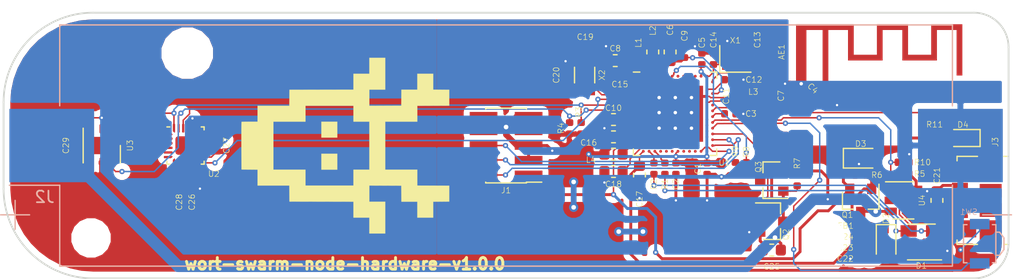
<source format=kicad_pcb>
(kicad_pcb (version 20171130) (host pcbnew 5.0.2-bee76a0~70~ubuntu18.04.1)
  (title_block (title "Sensor Board") (company "TU Wien"))
  (layers (0 F.Cu signal) (31 B.Cu signal) (34 B.Paste user hide) (35 F.Paste user hide) (36 B.SilkS user) (37 F.SilkS user) (38 B.Mask user hide) (39 F.Mask user hide) (44 Edge.Cuts user))
  (net 0 "")
  (net 1 VCC)
  (net 2 "Net-(D1-Pad2)")
  (net 3 /SWDCLK)
  (net 4 /SWDIO)
  (net 5 /D-)
  (net 6 /D+)
  (net 7 "Net-(L1-Pad2)")
  (net 8 /SWO)
  (net 9 GND)
  (net 10 LINE)
  (net 11 "Net-(D1-Pad3)")
  (net 12 /DEC5)
  (net 13 /DEC4)
  (net 14 /ANT)
  (net 15 /DEC3)
  (net 16 /DEC1)
  (net 17 /XC1)
  (net 18 /XC2)
  (net 19 /DECUSB)
  (net 20 /XL1)
  (net 21 /XL2)
  (net 22 /DCC)
  (net 23 /DCCH)
  (net 24 VBUS)
  (net 25 +BATT)
  (net 26 "Net-(Q2-Pad3)")
  (net 27 "Net-(Q3-Pad3)")
  (net 28 "Net-(AE1-Pad1)")
  (net 29 /BATT_V_EN)
  (net 30 /BATT_V)
  (net 31 "Net-(D2-Pad1)")
  (net 32 "Net-(J3-Pad6)")
  (net 33 /SDA)
  (net 34 /SCL)
  (net 35 "Net-(R5-Pad1)")
  (net 36 /wort-swarm-node-hardware-components/V_USB)
  (net 37 /ICM-20948_INT)
  (net 38 "Net-(C26-Pad1)")
  (net 39 /BATT_CHRG_EN)
  (net 40 "Net-(SW1-Pad1)")
  (net 41 /LED)
  (net 42 "Net-(D4-Pad2)")
  (module Battery:BatteryHolder_Keystone_1042_1x18650 (layer B.Cu) (at 136.5 98)
    (fp_text reference J2 (at -39.95 4.45) (layer B.SilkS) (effects (justify mirror)))
    (fp_text value BATT_CONN)
    (pad 1 smd rect (at -39.33 0) (size 7.34 6.35) (layers B.Cu B.Paste B.Mask) (net 25 +BATT))
    (pad 2 smd rect (at 39.33 0) (size 7.34 6.35) (layers B.Cu B.Paste B.Mask) (net 9 GND))
    (pad "" np_thru_hole circle (at 27.6 8) (size 3.45 3.45) (drill 3.45) (layers *.Cu *.Mask))
    (pad "" np_thru_hole circle (at -27.6 -8) (size 3.45 3.45) (drill 3.45) (layers *.Cu *.Mask))
    (pad "" np_thru_hole circle (at -35.93 8) (size 2.39 2.39) (drill 2.39) (layers *.Cu *.Mask))
  )
  (module Capacitor_SMD:C_0402_1005Metric (layer F.Cu) (at 111.5 98 90)
    (fp_text reference C27 (at 0 0.8 90) (layer F.SilkS) (effects (font (size 0.5 0.5) (thickness 0.05))))
    (fp_text value 100n)
    (pad 1 smd roundrect (at -0.485 0 90) (size 0.59 0.64) (layers F.Cu F.Paste F.Mask) (net 1 VCC))
    (pad 2 smd roundrect (at 0.485 0 90) (size 0.59 0.64) (layers F.Cu F.Paste F.Mask) (net 9 GND))
  )
  (module Connector_PinHeader_1.27mm:PinHeader_2x05_P1.27mm_Vertical_SMD (layer F.Cu) (at 136.5 98 180)
    (fp_text reference J1 (at 0 -3.88 180) (layer F.SilkS) (effects (font (size 0.5 0.5) (thickness 0.05))))
    (fp_text value Conn_ARM_JTAG_SWD_10)
    (pad 1 smd rect (at -1.95 -2.54 180) (size 2.4 0.74) (layers F.Cu F.Paste F.Mask) (net 10 LINE))
    (pad 2 smd rect (at 1.95 -2.54 180) (size 2.4 0.74) (layers F.Cu F.Paste F.Mask) (net 4 /SWDIO))
    (pad 3 smd rect (at -1.95 -1.27 180) (size 2.4 0.74) (layers F.Cu F.Paste F.Mask) (net 9 GND))
    (pad 4 smd rect (at 1.95 -1.27 180) (size 2.4 0.74) (layers F.Cu F.Paste F.Mask) (net 3 /SWDCLK))
    (pad 5 smd rect (at -1.95 0 180) (size 2.4 0.74) (layers F.Cu F.Paste F.Mask) (net 9 GND))
    (pad 6 smd rect (at 1.95 0 180) (size 2.4 0.74) (layers F.Cu F.Paste F.Mask) (net 8 /SWO))
    (pad 7 smd rect (at -1.95 1.27 180) (size 2.4 0.74) (layers F.Cu F.Paste F.Mask))
    (pad 8 smd rect (at 1.95 1.27 180) (size 2.4 0.74) (layers F.Cu F.Paste F.Mask))
    (pad 9 smd rect (at -1.95 2.54 180) (size 2.4 0.74) (layers F.Cu F.Paste F.Mask) (net 9 GND))
    (pad 10 smd rect (at 1.95 2.54 180) (size 2.4 0.74) (layers F.Cu F.Paste F.Mask))
  )
  (module Connector_USB:USB_Micro-B_Molex_47346-0001 (layer F.Cu) (at 177.25 102.75 90)
    (fp_text reference J3 (at 5.05 1.6 270) (layer F.SilkS) (effects (font (size 0.5 0.5) (thickness 0.05))))
    (fp_text value USB_B_Micro)
    (pad 1 smd rect (at -1.3 -1.46 90) (size 0.45 1.38) (layers F.Cu F.Paste F.Mask) (net 36 /wort-swarm-node-hardware-components/V_USB))
    (pad 2 smd rect (at -0.65 -1.46 90) (size 0.45 1.38) (layers F.Cu F.Paste F.Mask) (net 2 "Net-(D1-Pad2)"))
    (pad 3 smd rect (at 0 -1.46 90) (size 0.45 1.38) (layers F.Cu F.Paste F.Mask) (net 11 "Net-(D1-Pad3)"))
    (pad 4 smd rect (at 0.65 -1.46 90) (size 0.45 1.38) (layers F.Cu F.Paste F.Mask))
    (pad 5 smd rect (at 1.3 -1.46 90) (size 0.45 1.38) (layers F.Cu F.Paste F.Mask) (net 9 GND))
    (pad 6 smd rect (at -2.4625 -1.1 90) (size 1.475 2.1) (layers F.Cu F.Paste F.Mask) (net 32 "Net-(J3-Pad6)"))
    (pad 6 smd rect (at 2.4625 -1.1 90) (size 1.475 2.1) (layers F.Cu F.Paste F.Mask) (net 32 "Net-(J3-Pad6)"))
    (pad 6 smd rect (at -2.91 1.2 90) (size 2.375 1.9) (layers F.Cu F.Paste F.Mask) (net 32 "Net-(J3-Pad6)"))
    (pad 6 smd rect (at 2.91 1.2 90) (size 2.375 1.9) (layers F.Cu F.Paste F.Mask) (net 32 "Net-(J3-Pad6)"))
    (pad 6 smd rect (at -0.84 1.2 90) (size 1.175 1.9) (layers F.Cu F.Paste F.Mask) (net 32 "Net-(J3-Pad6)"))
    (pad 6 smd rect (at 0.84 1.2 90) (size 1.175 1.9) (layers F.Cu F.Paste F.Mask) (net 32 "Net-(J3-Pad6)"))
  )
  (module Package_DFN_QFN:Nordic_AQFN-73-1EP_7x7mm_P0.5mm (layer F.Cu) (at 151.13 95.25)
    (fp_text reference U1 (at 4.27 4.25) (layer F.SilkS) (effects (font (size 0.5 0.5) (thickness 0.05))))
    (fp_text value nRF52840)
    (pad AC24 smd circle (at 3.25 2.75 180) (size 0.25 0.25) (layers F.Cu F.Paste F.Mask) (net 4 /SWDIO))
    (pad AA24 smd circle (at 3.25 2.25 180) (size 0.25 0.25) (layers F.Cu F.Paste F.Mask) (net 3 /SWDCLK))
    (pad W24 smd circle (at 3.25 1.75 180) (size 0.25 0.25) (layers F.Cu F.Paste F.Mask) (net 29 /BATT_V_EN))
    (pad U24 smd circle (at 3.25 1.25 180) (size 0.25 0.25) (layers F.Cu F.Paste F.Mask) (net 40 "Net-(SW1-Pad1)"))
    (pad R24 smd circle (at 3.25 0.75 180) (size 0.25 0.25) (layers F.Cu F.Paste F.Mask) (net 39 /BATT_CHRG_EN))
    (pad N24 smd circle (at 3.25 0.25 180) (size 0.25 0.25) (layers F.Cu F.Paste F.Mask) (net 12 /DEC5))
    (pad L24 smd circle (at 3.25 -0.25 180) (size 0.25 0.25) (layers F.Cu F.Paste F.Mask) (net 41 /LED))
    (pad J24 smd circle (at 3.25 -0.75 180) (size 0.25 0.25) (layers F.Cu F.Paste F.Mask))
    (pad E24 smd circle (at 3.25 -1.75 180) (size 0.25 0.25) (layers F.Cu F.Paste F.Mask) (net 13 /DEC4))
    (pad Y23 smd circle (at 2.75 2 180) (size 0.25 0.25) (layers F.Cu F.Paste F.Mask))
    (pad V23 smd circle (at 2.75 1.5 180) (size 0.25 0.25) (layers F.Cu F.Paste F.Mask))
    (pad T23 smd circle (at 2.75 1 180) (size 0.25 0.25) (layers F.Cu F.Paste F.Mask))
    (pad P23 smd circle (at 2.75 0.5 180) (size 0.25 0.25) (layers F.Cu F.Paste F.Mask))
    (pad H23 smd circle (at 2.75 -1 180) (size 0.25 0.25) (layers F.Cu F.Paste F.Mask) (net 14 /ANT))
    (pad F23 smd circle (at 2.75 -1.5 180) (size 0.25 0.25) (layers F.Cu F.Paste F.Mask) (net 9 GND))
    (pad A23 smd circle (at 2.75 -3.25 180) (size 0.25 0.25) (layers F.Cu F.Paste F.Mask) (net 18 /XC2))
    (pad A22 smd circle (at 2.25 -3.25 180) (size 0.25 0.25) (layers F.Cu F.Paste F.Mask) (net 1 VCC))
    (pad A20 smd circle (at 1.75 -3.25 180) (size 0.25 0.25) (layers F.Cu F.Paste F.Mask))
    (pad A18 smd circle (at 1.25 -3.25 180) (size 0.25 0.25) (layers F.Cu F.Paste F.Mask))
    (pad A16 smd circle (at 0.75 -3.25 180) (size 0.25 0.25) (layers F.Cu F.Paste F.Mask))
    (pad A14 smd circle (at 0.25 -3.25 180) (size 0.25 0.25) (layers F.Cu F.Paste F.Mask))
    (pad A12 smd circle (at -0.25 -3.25 180) (size 0.25 0.25) (layers F.Cu F.Paste F.Mask) (net 30 /BATT_V))
    (pad A10 smd circle (at -0.75 -3.25 180) (size 0.25 0.25) (layers F.Cu F.Paste F.Mask))
    (pad B19 smd circle (at 1.5 -2.75 180) (size 0.25 0.25) (layers F.Cu F.Paste F.Mask))
    (pad B17 smd circle (at 1 -2.75 180) (size 0.25 0.25) (layers F.Cu F.Paste F.Mask))
    (pad B15 smd circle (at 0.5 -2.75 180) (size 0.25 0.25) (layers F.Cu F.Paste F.Mask))
    (pad B13 smd circle (at 0 -2.75 180) (size 0.25 0.25) (layers F.Cu F.Paste F.Mask))
    (pad B11 smd circle (at -0.5 -2.75 180) (size 0.25 0.25) (layers F.Cu F.Paste F.Mask))
    (pad B9 smd circle (at -1 -2.75 180) (size 0.25 0.25) (layers F.Cu F.Paste F.Mask))
    (pad B7 smd circle (at -1.5 -2.75 180) (size 0.25 0.25) (layers F.Cu F.Paste F.Mask) (net 9 GND))
    (pad B5 smd circle (at -2 -2.75 180) (size 0.25 0.25) (layers F.Cu F.Paste F.Mask) (net 13 /DEC4))
    (pad AC5 smd circle (at -2 2.75 180) (size 0.25 0.25) (layers F.Cu F.Paste F.Mask) (net 19 /DECUSB))
    (pad AC9 smd circle (at -1 2.75 180) (size 0.25 0.25) (layers F.Cu F.Paste F.Mask))
    (pad AC11 smd circle (at -0.5 2.75 180) (size 0.25 0.25) (layers F.Cu F.Paste F.Mask))
    (pad AC13 smd circle (at 0 2.75 180) (size 0.25 0.25) (layers F.Cu F.Paste F.Mask))
    (pad AC15 smd circle (at 0.5 2.75 180) (size 0.25 0.25) (layers F.Cu F.Paste F.Mask))
    (pad AC17 smd circle (at 1 2.75 180) (size 0.25 0.25) (layers F.Cu F.Paste F.Mask))
    (pad AC19 smd circle (at 1.5 2.75 180) (size 0.25 0.25) (layers F.Cu F.Paste F.Mask))
    (pad AD22 smd circle (at 2.25 3.25 180) (size 0.25 0.25) (layers F.Cu F.Paste F.Mask) (net 8 /SWO))
    (pad AD20 smd circle (at 1.75 3.25 180) (size 0.25 0.25) (layers F.Cu F.Paste F.Mask))
    (pad AD18 smd circle (at 1.25 3.25 180) (size 0.25 0.25) (layers F.Cu F.Paste F.Mask))
    (pad AD16 smd circle (at 0.75 3.25 180) (size 0.25 0.25) (layers F.Cu F.Paste F.Mask))
    (pad AD14 smd circle (at 0.25 3.25 180) (size 0.25 0.25) (layers F.Cu F.Paste F.Mask) (net 1 VCC))
    (pad AD12 smd circle (at -0.25 3.25 180) (size 0.25 0.25) (layers F.Cu F.Paste F.Mask))
    (pad AD10 smd circle (at -0.75 3.25 180) (size 0.25 0.25) (layers F.Cu F.Paste F.Mask))
    (pad AD8 smd circle (at -1.25 3.25 180) (size 0.25 0.25) (layers F.Cu F.Paste F.Mask))
    (pad AD6 smd circle (at -1.75 3.25 180) (size 0.25 0.25) (layers F.Cu F.Paste F.Mask) (net 6 /D+))
    (pad AD4 smd circle (at -2.25 3.25 180) (size 0.25 0.25) (layers F.Cu F.Paste F.Mask) (net 5 /D-))
    (pad B1 smd circle (at -3.25 -2.75 180) (size 0.25 0.25) (layers F.Cu F.Paste F.Mask) (net 1 VCC))
    (pad D2 smd circle (at -2.75 -2 180) (size 0.25 0.25) (layers F.Cu F.Paste F.Mask) (net 20 /XL1))
    (pad C1 smd circle (at -3.25 -2.25 180) (size 0.25 0.25) (layers F.Cu F.Paste F.Mask) (net 16 /DEC1))
    (pad F2 smd circle (at -2.75 -1.5 180) (size 0.25 0.25) (layers F.Cu F.Paste F.Mask) (net 21 /XL2))
    (pad H2 smd circle (at -2.75 -1 180) (size 0.25 0.25) (layers F.Cu F.Paste F.Mask))
    (pad K2 smd circle (at -2.75 -0.5 180) (size 0.25 0.25) (layers F.Cu F.Paste F.Mask))
    (pad M2 smd circle (at -2.75 0 180) (size 0.25 0.25) (layers F.Cu F.Paste F.Mask))
    (pad P2 smd circle (at -2.75 0.5 180) (size 0.25 0.25) (layers F.Cu F.Paste F.Mask))
    (pad T2 smd circle (at -2.75 1 180) (size 0.25 0.25) (layers F.Cu F.Paste F.Mask))
    (pad G1 smd circle (at -3.25 -1.25 180) (size 0.25 0.25) (layers F.Cu F.Paste F.Mask) (net 37 /ICM-20948_INT))
    (pad J1 smd circle (at -3.25 -0.75 180) (size 0.25 0.25) (layers F.Cu F.Paste F.Mask))
    (pad L1 smd circle (at -3.25 -0.25 180) (size 0.25 0.25) (layers F.Cu F.Paste F.Mask) (net 33 /SDA))
    (pad N1 smd circle (at -3.25 0.25 180) (size 0.25 0.25) (layers F.Cu F.Paste F.Mask) (net 34 /SCL))
    (pad R1 smd circle (at -3.25 0.75 180) (size 0.25 0.25) (layers F.Cu F.Paste F.Mask))
    (pad U1 smd circle (at -3.25 1.25 180) (size 0.25 0.25) (layers F.Cu F.Paste F.Mask))
    (pad W1 smd circle (at -3.25 1.75 180) (size 0.25 0.25) (layers F.Cu F.Paste F.Mask) (net 1 VCC))
    (pad Y2 smd circle (at -2.75 2 180) (size 0.25 0.25) (layers F.Cu F.Paste F.Mask) (net 10 LINE))
    (pad AB2 smd circle (at -2.75 2.5 180) (size 0.25 0.25) (layers F.Cu F.Paste F.Mask) (net 23 /DCCH))
    (pad AD2 smd circle (at -2.75 3.25 180) (size 0.25 0.25) (layers F.Cu F.Paste F.Mask) (net 24 VBUS))
    (pad AD23 smd circle (at 2.75 3.25 180) (size 0.25 0.25) (layers F.Cu F.Paste F.Mask) (net 1 VCC))
    (pad AC21 smd circle (at 2 2.75 180) (size 0.25 0.25) (layers F.Cu F.Paste F.Mask))
    (pad B3 smd circle (at -2.5 -2.75 180) (size 0.25 0.25) (layers F.Cu F.Paste F.Mask) (net 22 /DCC))
    (pad A8 smd circle (at -1.25 -3.25 180) (size 0.25 0.25) (layers F.Cu F.Paste F.Mask))
    (pad D23 smd circle (at 2.75 -2 180) (size 0.25 0.25) (layers F.Cu F.Paste F.Mask) (net 15 /DEC3))
    (pad B24 smd circle (at 3.25 -2.75 180) (size 0.25 0.25) (layers F.Cu F.Paste F.Mask) (net 17 /XC1))
    (pad EP smd rect (at 0 0 180) (size 4.85 4.85) (layers F.Cu F.Mask) (net 9 GND))
  )
  (module Diode_SMD:D_SOD-323 (layer F.Cu) (at 167.2 99.1)
    (fp_text reference D3 (at 0 -1.25) (layer F.SilkS) (effects (font (size 0.5 0.5) (thickness 0.05))))
    (fp_text value BAT20J)
    (pad 2 smd rect (at 1.05 0) (size 0.6 0.45) (layers F.Cu F.Paste F.Mask) (net 24 VBUS))
    (pad 1 smd rect (at -1.05 0) (size 0.6 0.45) (layers F.Cu F.Paste F.Mask) (net 10 LINE))
  )
  (module Capacitor_SMD:C_0402_1005Metric (layer F.Cu) (at 167.5 106.85 180)
    (fp_text reference C23 (at 1.65 0 180) (layer F.SilkS) (effects (font (size 0.5 0.5) (thickness 0.05))))
    (fp_text value 10n)
    (pad 2 smd roundrect (at 0.485 0 180) (size 0.59 0.64) (layers F.Cu F.Paste F.Mask) (net 9 GND))
    (pad 1 smd roundrect (at -0.485 0 180) (size 0.59 0.64) (layers F.Cu F.Paste F.Mask) (net 36 /wort-swarm-node-hardware-components/V_USB))
  )
  (module Capacitor_SMD:C_0402_1005Metric (layer F.Cu) (at 167.5 107.8 180)
    (fp_text reference C22 (at 1.635 0 180) (layer F.SilkS) (effects (font (size 0.5 0.5) (thickness 0.05))))
    (fp_text value 100n)
    (pad 2 smd roundrect (at 0.485 0 180) (size 0.59 0.64) (layers F.Cu F.Paste F.Mask) (net 9 GND))
    (pad 1 smd roundrect (at -0.485 0 180) (size 0.59 0.64) (layers F.Cu F.Paste F.Mask) (net 36 /wort-swarm-node-hardware-components/V_USB))
  )
  (module Capacitor_SMD:C_0402_1005Metric (layer F.Cu) (at 155.9 92.3)
    (fp_text reference C12 (at 2.05 0 180) (layer F.SilkS) (effects (font (size 0.5 0.5) (thickness 0.05))))
    (fp_text value 100p)
    (pad 1 smd roundrect (at -0.485 0) (size 0.59 0.64) (layers F.Cu F.Paste F.Mask) (net 15 /DEC3))
    (pad 2 smd roundrect (at 0.485 0) (size 0.59 0.64) (layers F.Cu F.Paste F.Mask) (net 9 GND))
  )
  (module Package_TO_SOT_SMD:SOT-143 (layer F.Cu) (at 172.45 106.35 180)
    (fp_text reference D1 (at 0 -2.05 180) (layer F.SilkS) (effects (font (size 0.5 0.5) (thickness 0.05))))
    (fp_text value PRTR5V0U2X)
    (pad 1 smd rect (at -1.1 -0.77 90) (size 1.2 1.4) (layers F.Cu F.Paste F.Mask) (net 9 GND))
    (pad 2 smd rect (at -1.1 0.95 90) (size 1 1.4) (layers F.Cu F.Paste F.Mask) (net 2 "Net-(D1-Pad2)"))
    (pad 3 smd rect (at 1.1 0.95 90) (size 1 1.4) (layers F.Cu F.Paste F.Mask) (net 11 "Net-(D1-Pad3)"))
    (pad 4 smd rect (at 1.1 -0.95 90) (size 1 1.4) (layers F.Cu F.Paste F.Mask) (net 36 /wort-swarm-node-hardware-components/V_USB))
  )
  (module Capacitor_SMD:C_0402_1005Metric (layer F.Cu) (at 141.65 91.9 270)
    (fp_text reference C20 (at 0 0.8 270) (layer F.SilkS) (effects (font (size 0.5 0.5) (thickness 0.05))))
    (fp_text value 12p)
    (pad 1 smd roundrect (at -0.485 0 270) (size 0.59 0.64) (layers F.Cu F.Paste F.Mask) (net 9 GND))
    (pad 2 smd roundrect (at 0.485 0 270) (size 0.59 0.64) (layers F.Cu F.Paste F.Mask) (net 21 /XL2))
  )
  (module Capacitor_SMD:C_0402_1005Metric (layer F.Cu) (at 155.9 95.25)
    (fp_text reference C3 (at 1.8 0) (layer F.SilkS) (effects (font (size 0.5 0.5) (thickness 0.05))))
    (fp_text value 820p)
    (pad 2 smd roundrect (at 0.485 0) (size 0.59 0.64) (layers F.Cu F.Paste F.Mask) (net 9 GND))
    (pad 1 smd roundrect (at -0.485 0) (size 0.59 0.64) (layers F.Cu F.Paste F.Mask) (net 12 /DEC5))
  )
  (module Capacitor_SMD:C_0402_1005Metric (layer F.Cu) (at 159.45 93.715 90)
    (fp_text reference C7 (at 0.015 0.85 90) (layer F.SilkS) (effects (font (size 0.5 0.5) (thickness 0.05))))
    (fp_text value 0.5p)
    (pad 2 smd roundrect (at 0.485 0 90) (size 0.59 0.64) (layers F.Cu F.Paste F.Mask) (net 9 GND))
    (pad 1 smd roundrect (at -0.485 0 90) (size 0.59 0.64) (layers F.Cu F.Paste F.Mask) (net 28 "Net-(AE1-Pad1)"))
  )
  (module Capacitor_SMD:C_0402_1005Metric (layer F.Cu) (at 151.95 89.9 90)
    (fp_text reference C9 (at 1.4 0 90) (layer F.SilkS) (effects (font (size 0.5 0.5) (thickness 0.05))))
    (fp_text value 47n)
    (pad 2 smd roundrect (at 0.485 0 90) (size 0.59 0.64) (layers F.Cu F.Paste F.Mask) (net 9 GND))
    (pad 1 smd roundrect (at -0.485 0 90) (size 0.59 0.64) (layers F.Cu F.Paste F.Mask) (net 13 /DEC4))
  )
  (module Capacitor_SMD:C_0402_1005Metric (layer F.Cu) (at 156.35 93.715 90)
    (fp_text reference C11 (at 0 -0.8 90) (layer F.SilkS) (effects (font (size 0.5 0.5) (thickness 0.05))))
    (fp_text value 0.8p)
    (pad 2 smd roundrect (at 0.485 0 90) (size 0.59 0.64) (layers F.Cu F.Paste F.Mask) (net 9 GND))
    (pad 1 smd roundrect (at -0.485 0 90) (size 0.59 0.64) (layers F.Cu F.Paste F.Mask) (net 14 /ANT))
  )
  (module Capacitor_SMD:C_0402_1005Metric (layer F.Cu) (at 158.25 90.5 90)
    (fp_text reference C13 (at 1.65 0 90) (layer F.SilkS) (effects (font (size 0.5 0.5) (thickness 0.05))))
    (fp_text value 12p)
    (pad 2 smd roundrect (at 0.485 0 90) (size 0.59 0.64) (layers F.Cu F.Paste F.Mask) (net 17 /XC1))
    (pad 1 smd roundrect (at -0.485 0 90) (size 0.59 0.64) (layers F.Cu F.Paste F.Mask) (net 9 GND))
  )
  (module Capacitor_SMD:C_0402_1005Metric (layer F.Cu) (at 154.45 90.5 270)
    (fp_text reference C14 (at -1.65 0 90) (layer F.SilkS) (effects (font (size 0.5 0.5) (thickness 0.05))))
    (fp_text value 12p)
    (pad 1 smd roundrect (at -0.485 0 270) (size 0.59 0.64) (layers F.Cu F.Paste F.Mask) (net 9 GND))
    (pad 2 smd roundrect (at 0.485 0 270) (size 0.59 0.64) (layers F.Cu F.Paste F.Mask) (net 18 /XC2))
  )
  (module Capacitor_SMD:C_0402_1005Metric (layer F.Cu) (at 146.35 91.9 180)
    (fp_text reference C15 (at 0 -0.8) (layer F.SilkS) (effects (font (size 0.5 0.5) (thickness 0.05))))
    (fp_text value 100n)
    (pad 1 smd roundrect (at -0.485 0 180) (size 0.59 0.64) (layers F.Cu F.Paste F.Mask) (net 16 /DEC1))
    (pad 2 smd roundrect (at 0.485 0 180) (size 0.59 0.64) (layers F.Cu F.Paste F.Mask) (net 9 GND))
  )
  (module Capacitor_SMD:C_0402_1005Metric (layer F.Cu) (at 143.35 89.4 180)
    (fp_text reference C19 (at 0 0.8 180) (layer F.SilkS) (effects (font (size 0.5 0.5) (thickness 0.05))))
    (fp_text value 12p)
    (pad 2 smd roundrect (at 0.485 0 180) (size 0.59 0.64) (layers F.Cu F.Paste F.Mask) (net 20 /XL1))
    (pad 1 smd roundrect (at -0.485 0 180) (size 0.59 0.64) (layers F.Cu F.Paste F.Mask) (net 9 GND))
  )
  (module Inductor_SMD:L_0603_1608Metric (layer F.Cu) (at 149.2 89.9 270)
    (fp_text reference L2 (at -1.85 0 270) (layer F.SilkS) (effects (font (size 0.5 0.5) (thickness 0.05))))
    (fp_text value 10u)
    (pad 1 smd roundrect (at -0.7875 0 270) (size 0.875 0.95) (layers F.Cu F.Paste F.Mask) (net 7 "Net-(L1-Pad2)"))
    (pad 2 smd roundrect (at 0.7875 0 270) (size 0.875 0.95) (layers F.Cu F.Paste F.Mask) (net 13 /DEC4))
  )
  (module Inductor_SMD:L_0603_1608Metric (layer F.Cu) (at 145.8 98.75)
    (fp_text reference L4 (at -1.95 0.5 180) (layer F.SilkS) (effects (font (size 0.5 0.5) (thickness 0.05))))
    (fp_text value 10u)
    (pad 2 smd roundrect (at 0.7875 0) (size 0.875 0.95) (layers F.Cu F.Paste F.Mask) (net 23 /DCCH))
    (pad 1 smd roundrect (at -0.7875 0) (size 0.875 0.95) (layers F.Cu F.Paste F.Mask) (net 1 VCC))
  )
  (module Capacitor_SMD:C_0402_1005Metric (layer F.Cu) (at 167.5 105.9 180)
    (fp_text reference C24 (at 1.635 0 180) (layer F.SilkS) (effects (font (size 0.5 0.5) (thickness 0.05))))
    (fp_text value 100n)
    (pad 1 smd roundrect (at -0.485 0 180) (size 0.59 0.64) (layers F.Cu F.Paste F.Mask) (net 24 VBUS))
    (pad 2 smd roundrect (at 0.485 0 180) (size 0.59 0.64) (layers F.Cu F.Paste F.Mask) (net 9 GND))
  )
  (module Capacitor_SMD:C_0402_1005Metric (layer F.Cu) (at 153.9 100 270)
    (fp_text reference C1 (at 0 0.8 270) (layer F.SilkS) (effects (font (size 0.5 0.5) (thickness 0.05))))
    (fp_text value 100n)
    (pad 2 smd roundrect (at 0.485 0 270) (size 0.59 0.64) (layers F.Cu F.Paste F.Mask) (net 9 GND))
    (pad 1 smd roundrect (at -0.485 0 270) (size 0.59 0.64) (layers F.Cu F.Paste F.Mask) (net 1 VCC))
  )
  (module Capacitor_SMD:C_0402_1005Metric (layer F.Cu) (at 151.2 100 270)
    (fp_text reference C2 (at 1.35 0 90) (layer F.SilkS) (effects (font (size 0.5 0.5) (thickness 0.05))))
    (fp_text value 100n)
    (pad 1 smd roundrect (at -0.485 0 270) (size 0.59 0.64) (layers F.Cu F.Paste F.Mask) (net 1 VCC))
    (pad 2 smd roundrect (at 0.485 0 270) (size 0.59 0.64) (layers F.Cu F.Paste F.Mask) (net 9 GND))
  )
  (module Capacitor_SMD:C_0402_1005Metric (layer F.Cu) (at 153.45 90.5 90)
    (fp_text reference C5 (at 1.4 0 90) (layer F.SilkS) (effects (font (size 0.5 0.5) (thickness 0.05))))
    (fp_text value 100n)
    (pad 2 smd roundrect (at 0.485 0 90) (size 0.59 0.64) (layers F.Cu F.Paste F.Mask) (net 9 GND))
    (pad 1 smd roundrect (at -0.485 0 90) (size 0.59 0.64) (layers F.Cu F.Paste F.Mask) (net 1 VCC))
  )
  (module Inductor_SMD:L_0402_1005Metric (layer F.Cu) (at 167.5 104.95)
    (fp_text reference FB1 (at -1.6 0) (layer F.SilkS) (effects (font (size 0.5 0.5) (thickness 0.05))))
    (fp_text value 120R/0,55A)
    (pad 1 smd roundrect (at -0.485 0) (size 0.59 0.64) (layers F.Cu F.Paste F.Mask) (net 24 VBUS))
    (pad 2 smd roundrect (at 0.485 0) (size 0.59 0.64) (layers F.Cu F.Paste F.Mask) (net 31 "Net-(D2-Pad1)"))
  )
  (module Capacitor_SMD:C_0402_1005Metric (layer F.Cu) (at 164.15 94.15 315)
    (fp_text reference C4 (at -1.55 0 315) (layer F.SilkS) (effects (font (size 0.5 0.5) (thickness 0.05))))
    (fp_text value N.C.)
    (pad 1 smd roundrect (at -0.485 0 315) (size 0.59 0.64) (layers F.Cu F.Paste F.Mask) (net 28 "Net-(AE1-Pad1)"))
    (pad 2 smd roundrect (at 0.485 0 315) (size 0.59 0.64) (layers F.Cu F.Paste F.Mask) (net 9 GND))
  )
  (module Capacitor_SMD:C_0402_1005Metric (layer F.Cu) (at 109.3 101.25 270)
    (fp_text reference C26 (at 1.65 0 270) (layer F.SilkS) (effects (font (size 0.5 0.5) (thickness 0.05))))
    (fp_text value 100n)
    (pad 1 smd roundrect (at -0.485 0 270) (size 0.59 0.64) (layers F.Cu F.Paste F.Mask) (net 38 "Net-(C26-Pad1)"))
    (pad 2 smd roundrect (at 0.485 0 270) (size 0.59 0.64) (layers F.Cu F.Paste F.Mask) (net 9 GND))
  )
  (module Diode_SMD:D_SOD-323 (layer F.Cu) (at 169.4 106.35 270)
    (fp_text reference D2 (at -2.05 0 270) (layer F.SilkS) (effects (font (size 0.5 0.5) (thickness 0.05))))
    (fp_text value BAT20J)
    (pad 1 smd rect (at -1.05 0 270) (size 0.6 0.45) (layers F.Cu F.Paste F.Mask) (net 31 "Net-(D2-Pad1)"))
    (pad 2 smd rect (at 1.05 0 270) (size 0.6 0.45) (layers F.Cu F.Paste F.Mask) (net 36 /wort-swarm-node-hardware-components/V_USB))
  )
  (module Package_TO_SOT_SMD:SOT-23 (layer F.Cu) (at 167.2 102.75 270)
    (fp_text reference Q1 (at 1.25 1.15) (layer F.SilkS) (effects (font (size 0.5 0.5) (thickness 0.05))))
    (fp_text value DMP3099L-13)
    (pad 1 smd rect (at -1 -0.95 270) (size 0.9 0.8) (layers F.Cu F.Paste F.Mask) (net 24 VBUS))
    (pad 2 smd rect (at -1 0.95 270) (size 0.9 0.8) (layers F.Cu F.Paste F.Mask) (net 10 LINE))
    (pad 3 smd rect (at 1 0 270) (size 0.9 0.8) (layers F.Cu F.Paste F.Mask) (net 25 +BATT))
  )
  (module Package_TO_SOT_SMD:SOT-23 (layer F.Cu) (at 159.5 104.55)
    (fp_text reference Q2 (at 1.25 1.15 90) (layer F.SilkS) (effects (font (size 0.5 0.5) (thickness 0.05))))
    (fp_text value Q_NMOS_GSD)
    (pad 1 smd rect (at -1 -0.95) (size 0.9 0.8) (layers F.Cu F.Paste F.Mask) (net 29 /BATT_V_EN))
    (pad 2 smd rect (at -1 0.95) (size 0.9 0.8) (layers F.Cu F.Paste F.Mask) (net 9 GND))
    (pad 3 smd rect (at 1 0) (size 0.9 0.8) (layers F.Cu F.Paste F.Mask) (net 26 "Net-(Q2-Pad3)"))
  )
  (module Package_TO_SOT_SMD:SOT-23 (layer F.Cu) (at 159.5 101 180)
    (fp_text reference Q3 (at 1.15 1.15 270) (layer F.SilkS) (effects (font (size 0.5 0.5) (thickness 0.05))))
    (fp_text value DMP3099L-13)
    (pad 3 smd rect (at 1 0 180) (size 0.9 0.8) (layers F.Cu F.Paste F.Mask) (net 27 "Net-(Q3-Pad3)"))
    (pad 2 smd rect (at -1 0.95 180) (size 0.9 0.8) (layers F.Cu F.Paste F.Mask) (net 25 +BATT))
    (pad 1 smd rect (at -1 -0.95 180) (size 0.9 0.8) (layers F.Cu F.Paste F.Mask) (net 26 "Net-(Q2-Pad3)"))
  )
  (module Resistor_SMD:R_0402_1005Metric (layer F.Cu) (at 143 96.5 90)
    (fp_text reference R3 (at 1.4 -0.2 90) (layer F.SilkS) (effects (font (size 0.5 0.5) (thickness 0.05))))
    (fp_text value 10k)
    (pad 1 smd roundrect (at -0.485 0 90) (size 0.59 0.64) (layers F.Cu F.Paste F.Mask) (net 1 VCC))
    (pad 2 smd roundrect (at 0.485 0 90) (size 0.59 0.64) (layers F.Cu F.Paste F.Mask) (net 33 /SDA))
  )
  (module Resistor_SMD:R_0402_1005Metric (layer F.Cu) (at 142 96.5 90)
    (fp_text reference R4 (at 0 -0.75 90) (layer F.SilkS) (effects (font (size 0.5 0.5) (thickness 0.05))))
    (fp_text value 10k)
    (pad 2 smd roundrect (at 0.485 0 90) (size 0.59 0.64) (layers F.Cu F.Paste F.Mask) (net 34 /SCL))
    (pad 1 smd roundrect (at -0.485 0 90) (size 0.59 0.64) (layers F.Cu F.Paste F.Mask) (net 1 VCC))
  )
  (module Resistor_SMD:R_0402_1005Metric (layer F.Cu) (at 170.9 100.45 180)
    (fp_text reference R5 (at -1.4 0 180) (layer F.SilkS) (effects (font (size 0.5 0.5) (thickness 0.05))))
    (fp_text value 3.3k)
    (pad 1 smd roundrect (at -0.485 0 180) (size 0.59 0.64) (layers F.Cu F.Paste F.Mask) (net 35 "Net-(R5-Pad1)"))
    (pad 2 smd roundrect (at 0.485 0 180) (size 0.59 0.64) (layers F.Cu F.Paste F.Mask) (net 9 GND))
  )
  (module Resistor_SMD:R_0402_1005Metric (layer F.Cu) (at 167.2 100.55)
    (fp_text reference R6 (at 1.4 0) (layer F.SilkS) (effects (font (size 0.5 0.5) (thickness 0.05))))
    (fp_text value 10k)
    (pad 1 smd roundrect (at -0.485 0) (size 0.59 0.64) (layers F.Cu F.Paste F.Mask) (net 9 GND))
    (pad 2 smd roundrect (at 0.485 0) (size 0.59 0.64) (layers F.Cu F.Paste F.Mask) (net 24 VBUS))
  )
  (module Resistor_SMD:R_0402_1005Metric (layer F.Cu) (at 161.7 101 270)
    (fp_text reference R7 (at -1.45 0 270) (layer F.SilkS) (effects (font (size 0.5 0.5) (thickness 0.05))))
    (fp_text value 10k)
    (pad 2 smd roundrect (at 0.485 0 270) (size 0.59 0.64) (layers F.Cu F.Paste F.Mask) (net 26 "Net-(Q2-Pad3)"))
    (pad 1 smd roundrect (at -0.485 0 270) (size 0.59 0.64) (layers F.Cu F.Paste F.Mask) (net 25 +BATT))
  )
  (module Resistor_SMD:R_0402_1005Metric (layer F.Cu) (at 157.3 99.95 90)
    (fp_text reference R8 (at 1.4 0 90) (layer F.SilkS) (effects (font (size 0.5 0.5) (thickness 0.05))))
    (fp_text value 3.3k)
    (pad 1 smd roundrect (at -0.485 0 90) (size 0.59 0.64) (layers F.Cu F.Paste F.Mask) (net 27 "Net-(Q3-Pad3)"))
    (pad 2 smd roundrect (at 0.485 0 90) (size 0.59 0.64) (layers F.Cu F.Paste F.Mask) (net 30 /BATT_V))
  )
  (module Resistor_SMD:R_0402_1005Metric (layer F.Cu) (at 156.35 99.95 270)
    (fp_text reference R9 (at -1.45 0 270) (layer F.SilkS) (effects (font (size 0.5 0.5) (thickness 0.05))))
    (fp_text value 8.2k)
    (pad 2 smd roundrect (at 0.485 0 270) (size 0.59 0.64) (layers F.Cu F.Paste F.Mask) (net 9 GND))
    (pad 1 smd roundrect (at -0.485 0 270) (size 0.59 0.64) (layers F.Cu F.Paste F.Mask) (net 30 /BATT_V))
  )
  (module RF_Antenna:Texas_SWRA117D_2.4GHz_Right (layer F.Cu) (at 164.15 92.65)
    (fp_text reference AE1 (at -3.8 -2.75 -270) (layer F.SilkS) (effects (font (size 0.5 0.5) (thickness 0.05))))
    (fp_text value Antenna_Shield)
    (fp_poly (pts (xy 2.45 -2.51) (xy 4.45 -2.51) (xy 4.45 -5.15) (xy 7.15 -5.15) (xy 7.15 -2.51) (xy 9.15 -2.51) (xy 9.15 -5.15) (xy 11.85 -5.15) (xy 11.85 -0.71) (xy 11.35 -0.71) (xy 11.35 -4.65) (xy 9.65 -4.65) (xy 9.65 -2.01) (xy 6.65 -2.01) (xy 6.65 -4.65) (xy 4.95 -4.65) (xy 4.95 -2.01) (xy 1.95 -2.01) (xy 1.95 -4.65) (xy 0.25 -4.65) (xy 0.25 0.25) (xy -0.25 0.25) (xy -0.25 -4.65) (xy -1.65 -4.65) (xy -1.65 0.25) (xy -2.55 0.25) (xy -2.55 0.006785) (xy -2.247583 0.006785) (xy -2.237742 0.054395) (xy -2.213674 0.096797) (xy -2.175731 0.129581) (xy -2.167819 0.133935) (xy -2.125156 0.146043) (xy -2.076637 0.1453) (xy -2.031122 0.1324) (xy -2.012511 0.121787) (xy -1.978868 0.086553) (xy -1.958309 0.041368) (xy -1.951778 -0.008158) (xy -1.960218 -0.056417) (xy -1.977112 -0.088643) (xy -2.012372 -0.121313) (xy -2.057682 -0.141408) (xy -2.107267 -0.147982) (xy -2.155353 -0.140092) (xy -2.188245 -0.123186) (xy -2.223185 -0.086416) (xy -2.242847 -0.041622) (xy -2.247583 0.006785) (xy -2.55 0.006785) (xy -2.55 -5.15) (xy 2.45 -5.15) (xy 2.45 -2.51)) (layer F.Cu) (width 0))
    (pad 2 thru_hole rect (at -2.1 0) (size 0.9 0.5) (drill 0.3) (layers *.Cu) (net 9 GND))
    (pad 1 connect rect (at 0 0) (size 0.5 0.5) (layers F.Cu) (net 28 "Net-(AE1-Pad1)"))
  )
  (module Resistor_SMD:R_0402_1005Metric (layer F.Cu) (at 150.25 100 270)
    (fp_text reference R1 (at 1.35 0 270) (layer F.SilkS) (effects (font (size 0.5 0.5) (thickness 0.05))))
    (fp_text value 0)
    (pad 2 smd roundrect (at 0.485 0 270) (size 0.59 0.64) (layers F.Cu F.Paste F.Mask) (net 11 "Net-(D1-Pad3)"))
    (pad 1 smd roundrect (at -0.485 0 270) (size 0.59 0.64) (layers F.Cu F.Paste F.Mask) (net 6 /D+))
  )
  (module Resistor_SMD:R_0402_1005Metric (layer F.Cu) (at 149.3 100 90)
    (fp_text reference R2 (at -1.35 0 90) (layer F.SilkS) (effects (font (size 0.5 0.5) (thickness 0.05))))
    (fp_text value 0)
    (pad 1 smd roundrect (at -0.485 0 90) (size 0.59 0.64) (layers F.Cu F.Paste F.Mask) (net 2 "Net-(D1-Pad2)"))
    (pad 2 smd roundrect (at 0.485 0 90) (size 0.59 0.64) (layers F.Cu F.Paste F.Mask) (net 5 /D-))
  )
  (module Capacitor_SMD:C_0603_1608Metric (layer F.Cu) (at 150.7 89.9 90)
    (fp_text reference C6 (at 1.9 0 90) (layer F.SilkS) (effects (font (size 0.5 0.5) (thickness 0.05))))
    (fp_text value 1u)
    (pad 2 smd roundrect (at 0.7875 0 90) (size 0.875 0.95) (layers F.Cu F.Paste F.Mask) (net 9 GND))
    (pad 1 smd roundrect (at -0.7875 0 90) (size 0.875 0.95) (layers F.Cu F.Paste F.Mask) (net 13 /DEC4))
  )
  (module Capacitor_SMD:C_0603_1608Metric (layer F.Cu) (at 145.95 90.65 180)
    (fp_text reference C8 (at 0 1.05 180) (layer F.SilkS) (effects (font (size 0.5 0.5) (thickness 0.05))))
    (fp_text value 1u)
    (pad 2 smd roundrect (at 0.7875 0 180) (size 0.875 0.95) (layers F.Cu F.Paste F.Mask) (net 9 GND))
    (pad 1 smd roundrect (at -0.7875 0 180) (size 0.875 0.95) (layers F.Cu F.Paste F.Mask) (net 1 VCC))
  )
  (module Capacitor_SMD:C_0603_1608Metric (layer F.Cu) (at 145.8 95.75 180)
    (fp_text reference C10 (at 0 1 180) (layer F.SilkS) (effects (font (size 0.5 0.5) (thickness 0.05))))
    (fp_text value 4.7u)
    (pad 1 smd roundrect (at -0.7875 0 180) (size 0.875 0.95) (layers F.Cu F.Paste F.Mask) (net 1 VCC))
    (pad 2 smd roundrect (at 0.7875 0 180) (size 0.875 0.95) (layers F.Cu F.Paste F.Mask) (net 9 GND))
  )
  (module Capacitor_SMD:C_0603_1608Metric (layer F.Cu) (at 145.8 97.25 180)
    (fp_text reference C16 (at 2.15 -0.5 180) (layer F.SilkS) (effects (font (size 0.5 0.5) (thickness 0.05))))
    (fp_text value 4.7u)
    (pad 1 smd roundrect (at -0.7875 0 180) (size 0.875 0.95) (layers F.Cu F.Paste F.Mask) (net 10 LINE))
    (pad 2 smd roundrect (at 0.7875 0 180) (size 0.875 0.95) (layers F.Cu F.Paste F.Mask) (net 9 GND))
  )
  (module Capacitor_SMD:C_0603_1608Metric (layer F.Cu) (at 148.05 100.55 270)
    (fp_text reference C17 (at 2.1 0 270) (layer F.SilkS) (effects (font (size 0.5 0.5) (thickness 0.05))))
    (fp_text value 4.7u)
    (pad 2 smd roundrect (at 0.7875 0 270) (size 0.875 0.95) (layers F.Cu F.Paste F.Mask) (net 9 GND))
    (pad 1 smd roundrect (at -0.7875 0 270) (size 0.875 0.95) (layers F.Cu F.Paste F.Mask) (net 24 VBUS))
  )
  (module Capacitor_SMD:C_0603_1608Metric (layer F.Cu) (at 145.8 100.25 180)
    (fp_text reference C18 (at 0 -1.1 180) (layer F.SilkS) (effects (font (size 0.5 0.5) (thickness 0.05))))
    (fp_text value 4.7u)
    (pad 1 smd roundrect (at -0.7875 0 180) (size 0.875 0.95) (layers F.Cu F.Paste F.Mask) (net 19 /DECUSB))
    (pad 2 smd roundrect (at 0.7875 0 180) (size 0.875 0.95) (layers F.Cu F.Paste F.Mask) (net 9 GND))
  )
  (module Capacitor_SMD:C_0603_1608Metric (layer F.Cu) (at 173.8 102.75 90)
    (fp_text reference C21 (at 2.15 0 90) (layer F.SilkS) (effects (font (size 0.5 0.5) (thickness 0.05))))
    (fp_text value 10u)
    (pad 2 smd roundrect (at 0.7875 0 90) (size 0.875 0.95) (layers F.Cu F.Paste F.Mask) (net 9 GND))
    (pad 1 smd roundrect (at -0.7875 0 90) (size 0.875 0.95) (layers F.Cu F.Paste F.Mask) (net 36 /wort-swarm-node-hardware-components/V_USB))
  )
  (module Inductor_SMD:L_0402_1005Metric (layer F.Cu) (at 147.95 90.45 90)
    (fp_text reference L1 (at 1.35 0 90) (layer F.SilkS) (effects (font (size 0.5 0.5) (thickness 0.05))))
    (fp_text value 15n)
    (pad 1 smd roundrect (at -0.485 0 90) (size 0.59 0.64) (layers F.Cu F.Paste F.Mask) (net 22 /DCC))
    (pad 2 smd roundrect (at 0.485 0 90) (size 0.59 0.64) (layers F.Cu F.Paste F.Mask) (net 7 "Net-(L1-Pad2)"))
  )
  (module Inductor_SMD:L_0402_1005Metric (layer F.Cu) (at 157.9 94.2 180)
    (fp_text reference L3 (at 0 0.85 180) (layer F.SilkS) (effects (font (size 0.5 0.5) (thickness 0.05))))
    (fp_text value "3.9n, 5%")
    (pad 2 smd roundrect (at 0.485 0 180) (size 0.59 0.64) (layers F.Cu F.Paste F.Mask) (net 14 /ANT))
    (pad 1 smd roundrect (at -0.485 0 180) (size 0.59 0.64) (layers F.Cu F.Paste F.Mask) (net 28 "Net-(AE1-Pad1)"))
  )
  (module Crystal:Crystal_SMD_2016-4Pin_2.0x1.6mm (layer F.Cu) (at 156.35 90.5)
    (fp_text reference X1 (at 0 -1.6) (layer F.SilkS) (effects (font (size 0.5 0.5) (thickness 0.05))))
    (fp_text value "32MHz, 8pF")
    (pad 1 smd rect (at -0.7 0.55) (size 0.9 0.8) (layers F.Cu F.Paste F.Mask) (net 18 /XC2))
    (pad 2 smd rect (at 0.7 0.55) (size 0.9 0.8) (layers F.Cu F.Paste F.Mask) (net 9 GND))
    (pad 3 smd rect (at 0.7 -0.55) (size 0.9 0.8) (layers F.Cu F.Paste F.Mask) (net 17 /XC1))
    (pad 4 smd rect (at -0.7 -0.55) (size 0.9 0.8) (layers F.Cu F.Paste F.Mask) (net 9 GND))
  )
  (module Crystal:Crystal_SMD_3215-2Pin_3.2x1.5mm (layer F.Cu) (at 143.3 91.9 270)
    (fp_text reference X2 (at 0 -1.5 270) (layer F.SilkS) (effects (font (size 0.5 0.5) (thickness 0.05))))
    (fp_text value "32,768kHz, 9pF")
    (pad 1 smd rect (at 1.25 0 270) (size 1 1.8) (layers F.Cu F.Paste F.Mask) (net 21 /XL2))
    (pad 2 smd rect (at -1.25 0 270) (size 1 1.8) (layers F.Cu F.Paste F.Mask) (net 20 /XL1))
  )
  (module Package_TO_SOT_SMD:SOT-23-5 (layer F.Cu) (at 170.9 102.75)
    (fp_text reference U4 (at 1.6 0 90) (layer F.SilkS) (effects (font (size 0.5 0.5) (thickness 0.05))))
    (fp_text value MCP73812T-420I-OT)
    (pad 1 smd rect (at -1.1 -0.95) (size 1.06 0.65) (layers F.Cu F.Paste F.Mask) (net 39 /BATT_CHRG_EN))
    (pad 2 smd rect (at -1.1 0) (size 1.06 0.65) (layers F.Cu F.Paste F.Mask) (net 9 GND))
    (pad 3 smd rect (at -1.1 0.95) (size 1.06 0.65) (layers F.Cu F.Paste F.Mask) (net 25 +BATT))
    (pad 4 smd rect (at 1.1 0.95) (size 1.06 0.65) (layers F.Cu F.Paste F.Mask) (net 36 /wort-swarm-node-hardware-components/V_USB))
    (pad 5 smd rect (at 1.1 -0.95) (size 1.06 0.65) (layers F.Cu F.Paste F.Mask) (net 35 "Net-(R5-Pad1)"))
  )
  (module Capacitor_SMD:C_0402_1005Metric (layer F.Cu) (at 108.2 101.25 270)
    (fp_text reference C28 (at 1.65 0 270) (layer F.SilkS) (effects (font (size 0.5 0.5) (thickness 0.05))))
    (fp_text value 100n)
    (pad 1 smd roundrect (at -0.485 0 270) (size 0.59 0.64) (layers F.Cu F.Paste F.Mask) (net 1 VCC))
    (pad 2 smd roundrect (at 0.485 0 270) (size 0.59 0.64) (layers F.Cu F.Paste F.Mask) (net 9 GND))
  )
  (module Package_DFN_QFN:QFN-24-1EP_3x3mm_P0.4mm_EP1.75x1.6mm (layer F.Cu) (at 108.75 98)
    (fp_text reference U2 (at 2.45 2.45) (layer F.SilkS) (effects (font (size 0.5 0.5) (thickness 0.05))))
    (fp_text value ICM-20948)
    (pad 25 smd roundrect (at 0 0) (size 1.75 1.6) (layers F.Cu F.Mask) (roundrect_rratio 0.15625))
    (pad 1 smd custom (at -1.5 -1) (size 0.115147 0.115147) (layers F.Cu F.Paste F.Mask) (options (clearance outline) (anchor circle)) (primitives (gr_poly (pts (xy -0.335 -0.06) (xy 0.238431 -0.06) (xy 0.335 0.036569) (xy 0.335 0.06) (xy -0.335 0.06)) (width 0.08))))
    (pad 2 smd roundrect (at -1.5 -0.6) (size 0.75 0.2) (layers F.Cu F.Paste F.Mask))
    (pad 3 smd roundrect (at -1.5 -0.2) (size 0.75 0.2) (layers F.Cu F.Paste F.Mask))
    (pad 4 smd roundrect (at -1.5 0.2) (size 0.75 0.2) (layers F.Cu F.Paste F.Mask))
    (pad 5 smd roundrect (at -1.5 0.6) (size 0.75 0.2) (layers F.Cu F.Paste F.Mask))
    (pad 6 smd custom (at -1.5 1) (size 0.115147 0.115147) (layers F.Cu F.Paste F.Mask) (options (clearance outline) (anchor circle)) (primitives (gr_poly (pts (xy -0.335 -0.06) (xy 0.335 -0.06) (xy 0.335 -0.036569) (xy 0.238431 0.06) (xy -0.335 0.06)) (width 0.08))))
    (pad 7 smd custom (at -1 1.5) (size 0.115147 0.115147) (layers F.Cu F.Paste F.Mask) (options (clearance outline) (anchor circle)) (primitives (gr_poly (pts (xy -0.06 -0.238431) (xy 0.036569 -0.335) (xy 0.06 -0.335) (xy 0.06 0.335) (xy -0.06 0.335)) (width 0.08))))
    (pad 8 smd roundrect (at -0.6 1.5) (size 0.2 0.75) (layers F.Cu F.Paste F.Mask) (net 1 VCC))
    (pad 9 smd roundrect (at -0.2 1.5) (size 0.2 0.75) (layers F.Cu F.Paste F.Mask) (net 9 GND))
    (pad 10 smd roundrect (at 0.2 1.5) (size 0.2 0.75) (layers F.Cu F.Paste F.Mask) (net 38 "Net-(C26-Pad1)"))
    (pad 11 smd roundrect (at 0.6 1.5) (size 0.2 0.75) (layers F.Cu F.Paste F.Mask) (net 9 GND))
    (pad 12 smd custom (at 1 1.5) (size 0.115147 0.115147) (layers F.Cu F.Paste F.Mask) (net 37 /ICM-20948_INT) (options (clearance outline) (anchor circle)) (primitives (gr_poly (pts (xy -0.06 -0.335) (xy -0.036569 -0.335) (xy 0.06 -0.238431) (xy 0.06 0.335) (xy -0.06 0.335)) (width 0.08))))
    (pad 13 smd custom (at 1.5 1) (size 0.115147 0.115147) (layers F.Cu F.Paste F.Mask) (net 1 VCC) (options (clearance outline) (anchor circle)) (primitives (gr_poly (pts (xy -0.335 -0.06) (xy 0.335 -0.06) (xy 0.335 0.06) (xy -0.238431 0.06) (xy -0.335 -0.036569)) (width 0.08))))
    (pad 14 smd roundrect (at 1.5 0.6) (size 0.75 0.2) (layers F.Cu F.Paste F.Mask))
    (pad 15 smd roundrect (at 1.5 0.2) (size 0.75 0.2) (layers F.Cu F.Paste F.Mask))
    (pad 16 smd roundrect (at 1.5 -0.2) (size 0.75 0.2) (layers F.Cu F.Paste F.Mask))
    (pad 17 smd roundrect (at 1.5 -0.6) (size 0.75 0.2) (layers F.Cu F.Paste F.Mask))
    (pad 18 smd custom (at 1.5 -1) (size 0.115147 0.115147) (layers F.Cu F.Paste F.Mask) (net 9 GND) (options (clearance outline) (anchor circle)) (primitives (gr_poly (pts (xy -0.335 0.036569) (xy -0.238431 -0.06) (xy 0.335 -0.06) (xy 0.335 0.06) (xy -0.335 0.06)) (width 0.08))))
    (pad 19 smd custom (at 1 -1.5) (size 0.115147 0.115147) (layers F.Cu F.Paste F.Mask) (options (clearance outline) (anchor circle)) (primitives (gr_poly (pts (xy -0.06 -0.335) (xy 0.06 -0.335) (xy 0.06 0.238431) (xy -0.036569 0.335) (xy -0.06 0.335)) (width 0.08))))
    (pad 20 smd roundrect (at 0.6 -1.5) (size 0.2 0.75) (layers F.Cu F.Paste F.Mask) (net 9 GND))
    (pad 21 smd roundrect (at 0.2 -1.5) (size 0.2 0.75) (layers F.Cu F.Paste F.Mask))
    (pad 22 smd roundrect (at -0.2 -1.5) (size 0.2 0.75) (layers F.Cu F.Paste F.Mask) (net 1 VCC))
    (pad 23 smd roundrect (at -0.6 -1.5) (size 0.2 0.75) (layers F.Cu F.Paste F.Mask) (net 34 /SCL))
    (pad 24 smd custom (at -1 -1.5) (size 0.115147 0.115147) (layers F.Cu F.Paste F.Mask) (net 33 /SDA) (options (clearance outline) (anchor circle)) (primitives (gr_poly (pts (xy -0.06 -0.335) (xy 0.06 -0.335) (xy 0.06 0.335) (xy 0.036569 0.335) (xy -0.06 0.238431)) (width 0.08))))
  )
  (module Package_DFN_QFN:DFN-6-1EP_3x3mm_P1mm_EP1.5x2.4mm (layer F.Cu) (at 101.5 98 270)
    (fp_text reference U3 (at 0 -2.45 270) (layer F.SilkS) (effects (font (size 0.5 0.5) (thickness 0.05))))
    (fp_text value Si7053-A20)
    (pad 1 smd roundrect (at -1.45 -1 270) (size 0.8 0.4) (layers F.Cu F.Paste F.Mask) (net 33 /SDA))
    (pad 2 smd roundrect (at -1.45 0 270) (size 0.8 0.4) (layers F.Cu F.Paste F.Mask) (net 9 GND))
    (pad 3 smd roundrect (at -1.45 1 270) (size 0.8 0.4) (layers F.Cu F.Paste F.Mask))
    (pad 4 smd roundrect (at 1.45 1 270) (size 0.8 0.4) (layers F.Cu F.Paste F.Mask))
    (pad 5 smd roundrect (at 1.45 0 270) (size 0.8 0.4) (layers F.Cu F.Paste F.Mask) (net 1 VCC))
    (pad 6 smd roundrect (at 1.45 -1 270) (size 0.8 0.4) (layers F.Cu F.Paste F.Mask) (net 34 /SCL))
    (pad 7 smd rect (at 0 0 270) (size 1.5 2.4) (layers F.Cu F.Mask))
  )
  (module Capacitor_SMD:C_0603_1608Metric (layer F.Cu) (at 159.5 107.05 180)
    (fp_text reference C25 (at 0 -1.43 180) (layer F.SilkS) (effects (font (size 0.5 0.5) (thickness 0.05))))
    (fp_text value 4.7u)
    (pad 1 smd roundrect (at -0.7875 0 180) (size 0.875 0.95) (layers F.Cu F.Paste F.Mask) (net 25 +BATT))
    (pad 2 smd roundrect (at 0.7875 0 180) (size 0.875 0.95) (layers F.Cu F.Paste F.Mask) (net 9 GND))
  )
  (module Capacitor_SMD:C_0402_1005Metric (layer F.Cu) (at 99.25 98 90)
    (fp_text reference C29 (at 0 -0.85 90) (layer F.SilkS) (effects (font (size 0.5 0.5) (thickness 0.05))))
    (fp_text value 100n)
    (pad 2 smd roundrect (at 0.485 0 90) (size 0.59 0.64) (layers F.Cu F.Paste F.Mask) (net 9 GND))
    (pad 1 smd roundrect (at -0.485 0 90) (size 0.59 0.64) (layers F.Cu F.Paste F.Mask) (net 1 VCC))
  )
  (module Resistor_SMD:R_0402_1005Metric (layer F.Cu) (at 170.915 99.45)
    (fp_text reference R10 (at 1.635 0) (layer F.SilkS) (effects (font (size 0.5 0.5) (thickness 0.05))))
    (fp_text value 10k)
    (pad 1 smd roundrect (at -0.485 0) (size 0.59 0.64) (layers F.Cu F.Paste F.Mask) (net 39 /BATT_CHRG_EN))
    (pad 2 smd roundrect (at 0.485 0) (size 0.59 0.64) (layers F.Cu F.Paste F.Mask) (net 9 GND))
  )
  (module Button_Switch_SMD:SW_SPST_B3U-3000P (layer B.Cu) (at 177.5 106.5 90)
    (fp_text reference SW1 (at 2.75 -0.95 180) (layer B.SilkS) (effects (font (size 0.5 0.5) (thickness 0.05)) (justify mirror)))
    (fp_text value SW_Push)
    (pad 1 smd rect (at -1.7 0 90) (size 0.9 1.7) (layers B.Cu B.Paste B.Mask) (net 40 "Net-(SW1-Pad1)"))
    (pad 2 smd rect (at 1.7 0 90) (size 0.9 1.7) (layers B.Cu B.Paste B.Mask) (net 1 VCC))
  )
  (module LED_SMD:LED_0603_1608Metric (layer F.Cu) (at 176.05 97.35 180)
    (fp_text reference D4 (at 0 1.15 180) (layer F.SilkS) (effects (font (size 0.5 0.5) (thickness 0.05))))
    (fp_text value LED)
    (pad 1 smd roundrect (at -0.7875 0 180) (size 0.875 0.95) (layers F.Cu F.Paste F.Mask) (net 41 /LED))
    (pad 2 smd roundrect (at 0.7875 0 180) (size 0.875 0.95) (layers F.Cu F.Paste F.Mask) (net 42 "Net-(D4-Pad2)"))
  )
  (module Resistor_SMD:R_0402_1005Metric (layer F.Cu) (at 173.6 97.35)
    (fp_text reference R11 (at 0 -1.17) (layer F.SilkS) (effects (font (size 0.5 0.5) (thickness 0.05))))
    (fp_text value 220)
    (pad 1 smd roundrect (at -0.485 0) (size 0.59 0.64) (layers F.Cu F.Paste F.Mask) (net 1 VCC))
    (pad 2 smd roundrect (at 0.485 0) (size 0.59 0.64) (layers F.Cu F.Paste F.Mask) (net 42 "Net-(D4-Pad2)"))
  )
  (module misc:logo_didee (layer F.Cu) (at 122.6 98 270)
    (fp_text reference G*** hide)
    (fp_text value LOGO hide)
  )
  (gr_line (start 100.75 86.5) (end 177 86.5) (layer Edge.Cuts) (width 0.15))
  (gr_arc (start 100.75 94.25) (end 100.75 86.5) (angle -90) (layer Edge.Cuts) (width 0.15))
  (gr_arc (start 100.75 101.75) (end 93 101.75) (angle -90) (layer Edge.Cuts) (width 0.15))
  (gr_line (start 93 94.25) (end 93 101.75) (layer Edge.Cuts) (width 0.15))
  (gr_arc (start 177 106.499585) (end 177 109.5) (angle -90) (layer Edge.Cuts) (width 0.15))
  (gr_arc (start 176.999585 89.500415) (end 180 89.500415) (angle -90) (layer Edge.Cuts) (width 0.15))
  (gr_text "wort-swarm-node-hardware-v1.0.0\n" (at 122.55 108.25) (layer F.SilkS) (effects (font (size 1 1) (thickness 0.25))))
  (gr_line (start 177 109.5) (end 100.75 109.5) (layer Edge.Cuts) (width 0.15))
  (gr_line (start 180 89.5) (end 180 106.5) (layer Edge.Cuts) (width 0.15))
  (segment (start 159.95 98.55) (end 161.75 98.55) (width 0.25) (layer F.Cu) (net 1))
  (segment (start 159.05 104.534022) (end 159.492011 104.092011) (width 0.25) (layer F.Cu) (net 1))
  (segment (start 153.38 91.055) (end 153.45 90.985) (width 0.127) (layer F.Cu) (net 1))
  (segment (start 151.2 98.68) (end 151.38 98.5) (width 0.127) (layer F.Cu) (net 1))
  (segment (start 151.2 99.515) (end 151.2 99) (width 0.127) (layer F.Cu) (net 1))
  (segment (start 153.88 99.495) (end 153.9 99.515) (width 0.127) (layer F.Cu) (net 1))
  (segment (start 153.88 98.5) (end 153.88 99) (width 0.127) (layer F.Cu) (net 1))
  (segment (start 145.474112 98.288388) (end 145.0125 98.75) (width 0.25) (layer F.Cu) (net 1))
  (segment (start 145.72001 96.61749) (end 145.72001 98.04249) (width 0.25) (layer F.Cu) (net 1))
  (segment (start 145.72001 98.04249) (end 145.474112 98.288388) (width 0.25) (layer F.Cu) (net 1))
  (segment (start 146.5875 95.75) (end 145.72001 96.61749) (width 0.25) (layer F.Cu) (net 1))
  (segment (start 147.88 97) (end 147.45 96.57) (width 0.127) (layer F.Cu) (net 1))
  (segment (start 147.45 96.57) (end 147.45 96.25) (width 0.127) (layer F.Cu) (net 1))
  (segment (start 147.2 95.75) (end 146.5875 95.75) (width 0.127) (layer F.Cu) (net 1))
  (segment (start 151.2 99) (end 151.2 98.68) (width 0.127) (layer F.Cu) (net 1))
  (segment (start 153.88 99) (end 153.88 99.495) (width 0.127) (layer F.Cu) (net 1))
  (via (at 153.38 91.6) (size 0.45) (drill 0.2) (layers F.Cu B.Cu) (net 1))
  (segment (start 153.38 91.6) (end 153.38 91.055) (width 0.127) (layer F.Cu) (net 1))
  (segment (start 153.38 92) (end 153.38 91.6) (width 0.127) (layer F.Cu) (net 1))
  (segment (start 153.88 92.1) (end 153.38 91.6) (width 0.25) (layer B.Cu) (net 1))
  (segment (start 153.88 98.95) (end 153.88 92.1) (width 0.25) (layer B.Cu) (net 1))
  (segment (start 147.268198 95.75) (end 147.2 95.75) (width 0.127) (layer F.Cu) (net 1))
  (segment (start 147.45 95.931802) (end 147.268198 95.75) (width 0.127) (layer F.Cu) (net 1))
  (segment (start 147.45 96.25) (end 147.45 95.931802) (width 0.127) (layer F.Cu) (net 1))
  (segment (start 142.05 96.985) (end 143 96.985) (width 0.25) (layer F.Cu) (net 1))
  (segment (start 143 96.985) (end 143 98.1) (width 0.25) (layer F.Cu) (net 1))
  (segment (start 143.65 98.75) (end 143.65 98.75) (width 0.25) (layer F.Cu) (net 1))
  (segment (start 143 98.1) (end 143.65 98.75) (width 0.25) (layer F.Cu) (net 1))
  (segment (start 108.2 100.765) (end 108.2 100.25) (width 0.127) (layer F.Cu) (net 1))
  (segment (start 108.15 100.2) (end 108.15 99.5) (width 0.127) (layer F.Cu) (net 1))
  (segment (start 108.2 100.25) (end 108.15 100.2) (width 0.127) (layer F.Cu) (net 1))
  (segment (start 110.985 99) (end 111.5 98.485) (width 0.127) (layer F.Cu) (net 1))
  (segment (start 110.25 99) (end 110.985 99) (width 0.127) (layer F.Cu) (net 1))
  (segment (start 147.88 91.7925) (end 146.7375 90.65) (width 0.127) (layer F.Cu) (net 1))
  (segment (start 147.88 92.5) (end 147.88 91.7925) (width 0.127) (layer F.Cu) (net 1))
  (segment (start 153.88 98.95) (end 151.2 98.95) (width 0.25) (layer B.Cu) (net 1))
  (via (at 153.88 98.95) (size 0.45) (drill 0.2) (layers F.Cu B.Cu) (net 1))
  (via (at 151.2 98.95) (size 0.45) (drill 0.2) (layers F.Cu B.Cu) (net 1))
  (segment (start 143.65 98.75) (end 145.0125 98.75) (width 0.25) (layer F.Cu) (net 1))
  (via (at 143.65 98.75) (size 0.45) (drill 0.2) (layers F.Cu B.Cu) (net 1))
  (segment (start 143.65 98.75) (end 143.65 98.75) (width 0.25) (layer F.Cu) (net 1))
  (via (at 143.65 98.75) (size 0.45) (drill 0.2) (layers F.Cu B.Cu) (net 1))
  (segment (start 143.85 98.95) (end 143.65 98.75) (width 0.25) (layer B.Cu) (net 1))
  (segment (start 151.2 98.95) (end 143.85 98.95) (width 0.25) (layer B.Cu) (net 1))
  (segment (start 108.55 95.808418) (end 109.1 95.258418) (width 0.127) (layer F.Cu) (net 1))
  (segment (start 108.55 96.5) (end 108.55 95.808418) (width 0.127) (layer F.Cu) (net 1))
  (segment (start 109.1 95.258418) (end 109.1 94.85) (width 0.127) (layer F.Cu) (net 1))
  (via (at 142.35 101.15) (size 0.8) (drill 0.4) (layers F.Cu B.Cu) (net 1))
  (via (at 142.35 103.35) (size 0.8) (drill 0.4) (layers F.Cu B.Cu) (net 1))
  (segment (start 142.35 103.35) (end 142.35 101.15) (width 0.5) (layer B.Cu) (net 1))
  (segment (start 159.05 104.534022) (end 157.765978 104.534022) (width 0.25) (layer F.Cu) (net 1))
  (segment (start 159.492011 104.092011) (end 159.492011 99.407989) (width 0.25) (layer F.Cu) (net 1))
  (segment (start 159.492011 99.407989) (end 159.85 99.05) (width 0.25) (layer F.Cu) (net 1))
  (segment (start 173.115 97.35) (end 171.55 97.35) (width 0.25) (layer F.Cu) (net 1))
  (segment (start 171.55 97.35) (end 170.8 98.1) (width 0.25) (layer F.Cu) (net 1))
  (segment (start 175.85 107.027) (end 175.85 107.027) (width 0.127) (layer B.Cu) (net 1))
  (segment (start 177.5 104.8) (end 177.5 105.377) (width 0.127) (layer B.Cu) (net 1))
  (segment (start 177.5 105.377) (end 175.85 107.027) (width 0.127) (layer B.Cu) (net 1))
  (via (at 175.85 107.027) (size 0.45) (drill 0.2) (layers F.Cu B.Cu) (net 1))
  (segment (start 175.85 108.1) (end 175.85 107.027) (width 0.25) (layer F.Cu) (net 1))
  (segment (start 147.6 108.8) (end 175.15 108.8) (width 0.25) (layer F.Cu) (net 1))
  (segment (start 175.15 108.8) (end 175.85 108.1) (width 0.25) (layer F.Cu) (net 1))
  (via (at 146.25 105.45) (size 0.8) (drill 0.4) (layers F.Cu B.Cu) (net 1))
  (via (at 148.35 105.45) (size 0.8) (drill 0.4) (layers F.Cu B.Cu) (net 1))
  (segment (start 146.25 105.45) (end 148.35 105.45) (width 0.5) (layer B.Cu) (net 1))
  (segment (start 173.55 104.773) (end 173.55 105.4) (width 0.127) (layer F.Cu) (net 2))
  (segment (start 175.79 103.4) (end 174.973 103.4) (width 0.127) (layer F.Cu) (net 2))
  (segment (start 173.468499 104.691499) (end 173.55 104.773) (width 0.127) (layer F.Cu) (net 2))
  (segment (start 174.45352 102.88052) (end 171.36948 102.88052) (width 0.127) (layer F.Cu) (net 2))
  (segment (start 174.973 103.4) (end 174.45352 102.88052) (width 0.127) (layer F.Cu) (net 2))
  (segment (start 171.36948 102.88052) (end 170.82201 103.42799) (width 0.127) (layer F.Cu) (net 2))
  (segment (start 170.82201 103.42799) (end 170.82201 103.86033) (width 0.127) (layer F.Cu) (net 2))
  (segment (start 171.653179 104.691499) (end 173.468499 104.691499) (width 0.127) (layer F.Cu) (net 2))
  (segment (start 170.82201 103.86033) (end 171.653179 104.691499) (width 0.127) (layer F.Cu) (net 2))
  (via (at 172.45 105.4) (size 0.45) (drill 0.2) (layers F.Cu B.Cu) (net 2))
  (segment (start 173.55 105.4) (end 172.45 105.4) (width 0.127) (layer F.Cu) (net 2))
  (via (at 149.3 101.45) (size 0.45) (drill 0.2) (layers F.Cu B.Cu) (net 2))
  (segment (start 149.3 101.45) (end 149.3 100.485) (width 0.127) (layer F.Cu) (net 2))
  (segment (start 167.636664 101.45) (end 149.3 101.45) (width 0.127) (layer B.Cu) (net 2))
  (segment (start 172.45 105.4) (end 171.586664 105.4) (width 0.127) (layer B.Cu) (net 2))
  (segment (start 171.586664 105.4) (end 167.636664 101.45) (width 0.127) (layer B.Cu) (net 2))
  (via (at 155.8 97.5) (size 0.45) (drill 0.2) (layers F.Cu B.Cu) (net 3))
  (segment (start 155.8 97.5) (end 154.38 97.5) (width 0.127) (layer F.Cu) (net 3))
  (segment (start 155.8 97.5) (end 156.233501 97.933501) (width 0.127) (layer B.Cu) (net 3))
  (segment (start 156.233501 97.933501) (end 156.233501 98.708081) (width 0.127) (layer B.Cu) (net 3))
  (segment (start 155.286071 99.655511) (end 156.233501 98.708081) (width 0.127) (layer B.Cu) (net 3))
  (via (at 136.45 99.25) (size 0.45) (drill 0.2) (layers F.Cu B.Cu) (net 3))
  (segment (start 155.286071 99.655511) (end 136.855511 99.655511) (width 0.127) (layer B.Cu) (net 3))
  (segment (start 136.855511 99.655511) (end 136.45 99.25) (width 0.127) (layer B.Cu) (net 3))
  (segment (start 134.57 99.25) (end 134.55 99.27) (width 0.127) (layer F.Cu) (net 3))
  (segment (start 136.45 99.25) (end 134.57 99.25) (width 0.127) (layer F.Cu) (net 3))
  (via (at 156.6 97.5) (size 0.45) (drill 0.2) (layers F.Cu B.Cu) (net 4))
  (segment (start 156.12851 97.97149) (end 156.6 97.5) (width 0.127) (layer F.Cu) (net 4))
  (segment (start 154.585286 97.97149) (end 156.12851 97.97149) (width 0.127) (layer F.Cu) (net 4))
  (segment (start 154.38 98) (end 154.556776 98) (width 0.127) (layer F.Cu) (net 4))
  (segment (start 154.556776 98) (end 154.585286 97.97149) (width 0.127) (layer F.Cu) (net 4))
  (segment (start 156.6 97.5) (end 156.6 98.726262) (width 0.127) (layer B.Cu) (net 4))
  (segment (start 155.354252 99.97201) (end 156.6 98.726262) (width 0.127) (layer B.Cu) (net 4))
  (via (at 136.45 100.55) (size 0.45) (drill 0.2) (layers F.Cu B.Cu) (net 4))
  (segment (start 155.354252 99.97201) (end 137.02799 99.97201) (width 0.127) (layer B.Cu) (net 4))
  (segment (start 137.02799 99.97201) (end 136.45 100.55) (width 0.127) (layer B.Cu) (net 4))
  (segment (start 134.56 100.55) (end 134.55 100.54) (width 0.127) (layer F.Cu) (net 4))
  (segment (start 136.45 100.55) (end 134.56 100.55) (width 0.127) (layer F.Cu) (net 4))
  (segment (start 149.3 98.92) (end 148.88 98.5) (width 0.127) (layer F.Cu) (net 5))
  (segment (start 149.3 99.515) (end 149.3 98.92) (width 0.127) (layer F.Cu) (net 5))
  (segment (start 149.504999 98.624999) (end 149.38 98.5) (width 0.127) (layer F.Cu) (net 6))
  (segment (start 149.915832 99.180832) (end 149.915832 99.035832) (width 0.127) (layer F.Cu) (net 6))
  (segment (start 149.915832 99.035832) (end 149.504999 98.624999) (width 0.127) (layer F.Cu) (net 6))
  (segment (start 150.25 99.515) (end 149.915832 99.180832) (width 0.127) (layer F.Cu) (net 6))
  (segment (start 148.3475 89.965) (end 149.2 89.1125) (width 0.25) (layer F.Cu) (net 7))
  (segment (start 147.95 89.965) (end 148.3475 89.965) (width 0.25) (layer F.Cu) (net 7))
  (via (at 155.8 98.5) (size 0.45) (drill 0.2) (layers F.Cu B.Cu) (net 8))
  (segment (start 153.713501 98.166499) (end 153.504999 98.375001) (width 0.127) (layer F.Cu) (net 8))
  (segment (start 154.040081 98.166499) (end 153.713501 98.166499) (width 0.127) (layer F.Cu) (net 8))
  (segment (start 154.373582 98.5) (end 154.040081 98.166499) (width 0.127) (layer F.Cu) (net 8))
  (segment (start 153.504999 98.375001) (end 153.38 98.5) (width 0.127) (layer F.Cu) (net 8))
  (segment (start 155.8 98.5) (end 154.373582 98.5) (width 0.127) (layer F.Cu) (net 8))
  (segment (start 154.916499 99.383501) (end 155.8 98.5) (width 0.127) (layer B.Cu) (net 8))
  (segment (start 154.916499 99.383501) (end 137.833501 99.383501) (width 0.127) (layer B.Cu) (net 8))
  (via (at 136.45 98) (size 0.45) (drill 0.2) (layers F.Cu B.Cu) (net 8))
  (segment (start 137.833501 99.383501) (end 136.45 98) (width 0.127) (layer B.Cu) (net 8))
  (segment (start 136.131802 98) (end 134.55 98) (width 0.127) (layer F.Cu) (net 8))
  (segment (start 136.45 98) (end 136.131802 98) (width 0.127) (layer F.Cu) (net 8))
  (via (at 149.75 96.5) (size 0.6) (drill 0.3) (layers F.Cu B.Cu) (net 9))
  (via (at 149.75 95.15) (size 0.6) (drill 0.3) (layers F.Cu B.Cu) (net 9))
  (via (at 151.15 96.5) (size 0.6) (drill 0.3) (layers F.Cu B.Cu) (net 9))
  (via (at 151.15 95.15) (size 0.6) (drill 0.3) (layers F.Cu B.Cu) (net 9))
  (via (at 152.55 96.5) (size 0.6) (drill 0.3) (layers F.Cu B.Cu) (net 9))
  (via (at 152.55 95.15) (size 0.6) (drill 0.3) (layers F.Cu B.Cu) (net 9))
  (via (at 152.55 93.85) (size 0.6) (drill 0.3) (layers F.Cu B.Cu) (net 9))
  (via (at 151.15 93.85) (size 0.6) (drill 0.3) (layers F.Cu B.Cu) (net 9))
  (via (at 149.75 93.85) (size 0.6) (drill 0.3) (layers F.Cu B.Cu) (net 9))
  (segment (start 149.63 93.3718) (end 149.606 93.3958) (width 0.25) (layer F.Cu) (net 9))
  (segment (start 149.63 92.5) (end 149.63 93.3718) (width 0.25) (layer F.Cu) (net 9))
  (segment (start 153.25 93.75) (end 153 93.5) (width 0.25) (layer F.Cu) (net 9))
  (segment (start 153.88 93.75) (end 153.25 93.75) (width 0.25) (layer F.Cu) (net 9))
  (segment (start 155.73 93.85) (end 156.35 93.23) (width 0.127) (layer F.Cu) (net 9))
  (segment (start 153.88 93.75) (end 154.1 93.75) (width 0.127) (layer F.Cu) (net 9))
  (segment (start 154.2 93.85) (end 155.73 93.85) (width 0.127) (layer F.Cu) (net 9))
  (segment (start 154.1 93.75) (end 154.2 93.85) (width 0.127) (layer F.Cu) (net 9))
  (segment (start 158.185 91.05) (end 158.25 90.985) (width 0.127) (layer F.Cu) (net 9))
  (segment (start 157.05 91.05) (end 158.185 91.05) (width 0.127) (layer F.Cu) (net 9))
  (segment (start 152.85 89.415) (end 152.85 89.415) (width 0.25) (layer F.Cu) (net 9))
  (segment (start 151.95 89.415) (end 152.85 89.415) (width 0.25) (layer F.Cu) (net 9))
  (segment (start 151.6475 89.1125) (end 151.95 89.415) (width 0.25) (layer F.Cu) (net 9))
  (segment (start 150.7 89.1125) (end 151.6475 89.1125) (width 0.25) (layer F.Cu) (net 9))
  (segment (start 145.0125 97.25) (end 145.0125 96.5) (width 0.25) (layer F.Cu) (net 9))
  (via (at 148.05 102.55) (size 0.45) (drill 0.2) (layers F.Cu B.Cu) (net 9))
  (segment (start 145.865 91.3525) (end 145.1625 90.65) (width 0.25) (layer F.Cu) (net 9))
  (segment (start 145.865 91.9) (end 145.865 91.3525) (width 0.25) (layer F.Cu) (net 9))
  (segment (start 145.8 95.75) (end 146.45 95.75) (width 0.25) (layer B.Cu) (net 9))
  (segment (start 146.45 95.75) (end 146.7 95.5) (width 0.25) (layer B.Cu) (net 9))
  (segment (start 162.05 92.65) (end 160.65 92.65) (width 0.5) (layer F.Cu) (net 9))
  (segment (start 161.1 92.65) (end 160.65 92.65) (width 0.5) (layer F.Cu) (net 9))
  (segment (start 170.58 102.75) (end 170.9 102.43) (width 0.25) (layer F.Cu) (net 9))
  (segment (start 169.8 102.75) (end 170.58 102.75) (width 0.25) (layer F.Cu) (net 9))
  (segment (start 170.9 100.935) (end 170.415 100.45) (width 0.25) (layer F.Cu) (net 9))
  (segment (start 170.9 102.43) (end 170.9 100.935) (width 0.25) (layer F.Cu) (net 9))
  (via (at 157.039231 95.260769) (size 0.45) (drill 0.2) (layers F.Cu B.Cu) (net 9))
  (segment (start 156.385 95.25) (end 157.028462 95.25) (width 0.25) (layer F.Cu) (net 9))
  (segment (start 157.028462 95.25) (end 157.039231 95.260769) (width 0.25) (layer F.Cu) (net 9))
  (via (at 165.15 94.5) (size 0.45) (drill 0.2) (layers F.Cu B.Cu) (net 9))
  (segment (start 164.492947 94.492947) (end 165.142947 94.492947) (width 0.25) (layer F.Cu) (net 9))
  (segment (start 165.142947 94.492947) (end 165.15 94.5) (width 0.25) (layer F.Cu) (net 9))
  (via (at 167.05 99.6) (size 0.45) (drill 0.2) (layers F.Cu B.Cu) (net 9))
  (segment (start 166.715 100.55) (end 166.715 99.935) (width 0.25) (layer F.Cu) (net 9))
  (segment (start 166.715 99.935) (end 167.05 99.6) (width 0.25) (layer F.Cu) (net 9))
  (segment (start 167.015 107.8) (end 167.015 106.85) (width 0.25) (layer F.Cu) (net 9))
  (segment (start 167.015 106.85) (end 167.015 105.9) (width 0.25) (layer F.Cu) (net 9))
  (segment (start 148.05 102.55) (end 148.05 101.3375) (width 0.25) (layer F.Cu) (net 9))
  (segment (start 170.415 100.435) (end 171.4 99.45) (width 0.25) (layer F.Cu) (net 9))
  (segment (start 170.415 100.45) (end 170.415 100.435) (width 0.25) (layer F.Cu) (net 9))
  (segment (start 108.534168 101.400832) (end 108.2 101.735) (width 0.127) (layer F.Cu) (net 9))
  (segment (start 108.72851 101.20649) (end 108.534168 101.400832) (width 0.127) (layer F.Cu) (net 9))
  (segment (start 108.72851 100.470034) (end 108.72851 101.20649) (width 0.127) (layer F.Cu) (net 9))
  (segment (start 108.55 100.291524) (end 108.72851 100.470034) (width 0.127) (layer F.Cu) (net 9))
  (segment (start 108.55 99.5) (end 108.55 100.291524) (width 0.127) (layer F.Cu) (net 9))
  (segment (start 110.985 97) (end 110.25 97) (width 0.127) (layer F.Cu) (net 9))
  (segment (start 111.5 97.515) (end 110.985 97) (width 0.127) (layer F.Cu) (net 9))
  (segment (start 99.25 97.515) (end 99.25 95.8) (width 0.127) (layer F.Cu) (net 9))
  (segment (start 111.5 97.515) (end 112.165 97.515) (width 0.127) (layer F.Cu) (net 9))
  (segment (start 112.165 97.515) (end 112.165 97.515) (width 0.127) (layer F.Cu) (net 9))
  (via (at 112.165 97.515) (size 0.45) (drill 0.2) (layers F.Cu B.Cu) (net 9))
  (via (at 109.35 95.65) (size 0.45) (drill 0.2) (layers F.Cu B.Cu) (net 9))
  (segment (start 109.35 96.5) (end 109.35 95.65) (width 0.127) (layer F.Cu) (net 9))
  (segment (start 108.2 101.735) (end 109.3 101.735) (width 0.127) (layer F.Cu) (net 9))
  (segment (start 109.3 101.735) (end 110 101.735) (width 0.127) (layer F.Cu) (net 9))
  (segment (start 110 101.735) (end 110.015 101.735) (width 0.127) (layer F.Cu) (net 9))
  (via (at 110 101.735) (size 0.45) (drill 0.2) (layers F.Cu B.Cu) (net 9))
  (segment (start 109.35 99.975) (end 109.35 99.5) (width 0.127) (layer F.Cu) (net 9))
  (segment (start 109.35 99.991524) (end 109.35 99.975) (width 0.127) (layer F.Cu) (net 9))
  (segment (start 110 100.641524) (end 109.35 99.991524) (width 0.127) (layer F.Cu) (net 9))
  (segment (start 110 101.735) (end 110 100.641524) (width 0.127) (layer F.Cu) (net 9))
  (segment (start 101.5 96.55) (end 101.5 95.6) (width 0.127) (layer F.Cu) (net 9))
  (via (at 101.5 95.6) (size 0.45) (drill 0.2) (layers F.Cu B.Cu) (net 9))
  (segment (start 99.45 95.6) (end 99.25 95.8) (width 0.127) (layer F.Cu) (net 9))
  (segment (start 101.5 95.6) (end 99.45 95.6) (width 0.127) (layer F.Cu) (net 9))
  (via (at 145.15 89.4) (size 0.45) (drill 0.2) (layers F.Cu B.Cu) (net 9))
  (segment (start 143.835 89.4) (end 145.15 89.4) (width 0.25) (layer F.Cu) (net 9))
  (segment (start 145.15 90.6375) (end 145.1625 90.65) (width 0.25) (layer F.Cu) (net 9))
  (segment (start 145.15 89.4) (end 145.15 90.6375) (width 0.25) (layer F.Cu) (net 9))
  (via (at 141.65 90.7) (size 0.45) (drill 0.2) (layers F.Cu B.Cu) (net 9))
  (segment (start 141.65 91.415) (end 141.65 90.7) (width 0.25) (layer F.Cu) (net 9))
  (segment (start 152.85 89.415) (end 153.45 90.015) (width 0.25) (layer F.Cu) (net 9))
  (via (at 152.85 89.415) (size 0.45) (drill 0.2) (layers F.Cu B.Cu) (net 9))
  (via (at 157.05 92.3) (size 0.45) (drill 0.2) (layers F.Cu B.Cu) (net 9))
  (segment (start 156.385 92.3) (end 157.05 92.3) (width 0.25) (layer F.Cu) (net 9))
  (segment (start 157.05 92.3) (end 157.05 91.05) (width 0.25) (layer F.Cu) (net 9))
  (segment (start 160.65 92.65) (end 161.1 92.65) (width 0.5) (layer F.Cu) (net 9))
  (via (at 160.65 92.65) (size 0.45) (drill 0.2) (layers F.Cu B.Cu) (net 9))
  (segment (start 159.45 93.23) (end 160.07 93.23) (width 0.25) (layer F.Cu) (net 9))
  (segment (start 154.45 90.015) (end 153.45 90.015) (width 0.25) (layer F.Cu) (net 9))
  (segment (start 155.585 90.015) (end 155.65 89.95) (width 0.25) (layer F.Cu) (net 9))
  (segment (start 154.45 90.015) (end 155.585 90.015) (width 0.25) (layer F.Cu) (net 9))
  (via (at 155.65 88.95) (size 0.45) (drill 0.2) (layers F.Cu B.Cu) (net 9))
  (segment (start 155.65 89.95) (end 155.65 88.95) (width 0.25) (layer F.Cu) (net 9))
  (segment (start 138.45 99.27) (end 138.45 98) (width 0.25) (layer F.Cu) (net 9))
  (via (at 140.5 98.45) (size 0.45) (drill 0.2) (layers F.Cu B.Cu) (net 9))
  (segment (start 138.45 98) (end 140.05 98) (width 0.25) (layer F.Cu) (net 9))
  (segment (start 140.05 98) (end 140.5 98.45) (width 0.25) (layer F.Cu) (net 9))
  (segment (start 145.0125 100.25) (end 145.0125 101.2) (width 0.25) (layer F.Cu) (net 9))
  (segment (start 145.0125 101.2) (end 145.0125 101.2375) (width 0.25) (layer F.Cu) (net 9))
  (via (at 145.0125 101.2) (size 0.45) (drill 0.2) (layers F.Cu B.Cu) (net 9))
  (via (at 151.2 102.75) (size 0.45) (drill 0.2) (layers F.Cu B.Cu) (net 9))
  (via (at 153.9 102.75) (size 0.45) (drill 0.2) (layers F.Cu B.Cu) (net 9))
  (segment (start 153.9 100.485) (end 153.9 102.75) (width 0.25) (layer F.Cu) (net 9))
  (segment (start 151.2 102.75) (end 151.2 100.485) (width 0.25) (layer F.Cu) (net 9))
  (via (at 155.15 100.7) (size 0.45) (drill 0.2) (layers F.Cu B.Cu) (net 9))
  (segment (start 138.44 95.45) (end 138.45 95.46) (width 0.5) (layer F.Cu) (net 9))
  (via (at 136.5 96.4) (size 0.8) (drill 0.4) (layers F.Cu B.Cu) (net 9))
  (segment (start 145.0125 96.5) (end 145.0125 95.75) (width 0.25) (layer F.Cu) (net 9))
  (via (at 145.0125 96.5) (size 0.45) (drill 0.2) (layers F.Cu B.Cu) (net 9))
  (segment (start 136.5 97.061002) (end 136.5 96.965685) (width 0.5) (layer F.Cu) (net 9))
  (segment (start 136.5 96.965685) (end 136.5 96.4) (width 0.5) (layer F.Cu) (net 9))
  (segment (start 137.438998 98) (end 136.5 97.061002) (width 0.5) (layer F.Cu) (net 9))
  (segment (start 138.45 98) (end 137.438998 98) (width 0.5) (layer F.Cu) (net 9))
  (segment (start 137.44 95.46) (end 136.5 96.4) (width 0.5) (layer F.Cu) (net 9))
  (segment (start 138.45 95.46) (end 137.44 95.46) (width 0.5) (layer F.Cu) (net 9))
  (segment (start 174.3125 101.45) (end 173.8 101.9625) (width 0.25) (layer F.Cu) (net 9))
  (segment (start 175.79 101.45) (end 174.3125 101.45) (width 0.25) (layer F.Cu) (net 9))
  (via (at 172.95 101.95) (size 0.45) (drill 0.2) (layers F.Cu B.Cu) (net 9))
  (segment (start 173.8 101.9625) (end 172.9625 101.9625) (width 0.25) (layer F.Cu) (net 9))
  (segment (start 172.9625 101.9625) (end 172.95 101.95) (width 0.25) (layer F.Cu) (net 9))
  (via (at 171.4 98.75) (size 0.45) (drill 0.2) (layers F.Cu B.Cu) (net 9))
  (segment (start 171.4 99.45) (end 171.4 98.75) (width 0.25) (layer F.Cu) (net 9))
  (via (at 166.3 107.8) (size 0.45) (drill 0.2) (layers F.Cu B.Cu) (net 9))
  (segment (start 167.015 107.8) (end 166.3 107.8) (width 0.25) (layer F.Cu) (net 9))
  (segment (start 173.55 107.12) (end 174.7 107.12) (width 0.25) (layer F.Cu) (net 9))
  (via (at 174.7 107.12) (size 0.45) (drill 0.2) (layers F.Cu B.Cu) (net 9))
  (segment (start 158.5 106.2625) (end 158.5 105.5) (width 0.25) (layer F.Cu) (net 9))
  (segment (start 158.7125 107.05) (end 158.7125 106.475) (width 0.25) (layer F.Cu) (net 9))
  (segment (start 158.7125 106.475) (end 158.5 106.2625) (width 0.25) (layer F.Cu) (net 9))
  (via (at 157.55 105.5) (size 0.45) (drill 0.2) (layers F.Cu B.Cu) (net 9))
  (segment (start 158.5 105.5) (end 157.55 105.5) (width 0.25) (layer F.Cu) (net 9))
  (segment (start 155.15 100.7) (end 155.5 100.7) (width 0.25) (layer F.Cu) (net 9))
  (segment (start 155.765 100.435) (end 156.35 100.435) (width 0.25) (layer F.Cu) (net 9))
  (segment (start 155.5 100.7) (end 155.765 100.435) (width 0.25) (layer F.Cu) (net 9))
  (segment (start 155.15 100.7) (end 154.831802 100.7) (width 0.25) (layer F.Cu) (net 9))
  (segment (start 154.616802 100.485) (end 153.9 100.485) (width 0.25) (layer F.Cu) (net 9))
  (segment (start 154.831802 100.7) (end 154.616802 100.485) (width 0.25) (layer F.Cu) (net 9))
  (segment (start 160.07 93.23) (end 160.65 92.65) (width 0.25) (layer F.Cu) (net 9))
  (segment (start 145.8 98.45826) (end 145.8 102.25) (width 0.127) (layer F.Cu) (net 10))
  (segment (start 146.125888 98.132372) (end 145.8 98.45826) (width 0.127) (layer F.Cu) (net 10))
  (segment (start 146.5875 97.25) (end 146.125888 97.711612) (width 0.127) (layer F.Cu) (net 10))
  (via (at 145.8 102.25) (size 0.45) (drill 0.2) (layers F.Cu B.Cu) (net 10))
  (segment (start 146.125888 97.711612) (end 146.125888 98.132372) (width 0.127) (layer F.Cu) (net 10))
  (segment (start 148.255001 97.374999) (end 147.574999 97.374999) (width 0.127) (layer F.Cu) (net 10))
  (segment (start 148.38 97.25) (end 148.255001 97.374999) (width 0.127) (layer F.Cu) (net 10))
  (segment (start 147.45 97.25) (end 146.5875 97.25) (width 0.127) (layer F.Cu) (net 10))
  (segment (start 147.574999 97.374999) (end 147.45 97.25) (width 0.127) (layer F.Cu) (net 10))
  (segment (start 166.25 101.7) (end 165.7 101.15) (width 0.25) (layer F.Cu) (net 10))
  (segment (start 166.25 101.75) (end 166.25 101.7) (width 0.25) (layer F.Cu) (net 10))
  (segment (start 166.075 99.1) (end 165.7 99.475) (width 0.25) (layer F.Cu) (net 10))
  (segment (start 165.7 99.475) (end 165.7 101.15) (width 0.25) (layer F.Cu) (net 10))
  (segment (start 166.15 99.1) (end 166.075 99.1) (width 0.25) (layer F.Cu) (net 10))
  (segment (start 166.25 101.8) (end 164.4 103.65) (width 0.25) (layer F.Cu) (net 10))
  (segment (start 166.25 101.75) (end 166.25 101.8) (width 0.25) (layer F.Cu) (net 10))
  (segment (start 163.497398 103.65) (end 161.95 105.197398) (width 0.25) (layer F.Cu) (net 10))
  (segment (start 164.4 103.65) (end 163.497398 103.65) (width 0.25) (layer F.Cu) (net 10))
  (via (at 149.45 107.25) (size 0.45) (drill 0.2) (layers F.Cu B.Cu) (net 10))
  (segment (start 145.481802 102.25) (end 145.8 102.25) (width 0.25) (layer F.Cu) (net 10))
  (segment (start 139.54 102.25) (end 145.481802 102.25) (width 0.25) (layer F.Cu) (net 10))
  (segment (start 138.45 101.16) (end 139.54 102.25) (width 0.25) (layer F.Cu) (net 10))
  (segment (start 138.45 100.54) (end 138.45 101.16) (width 0.25) (layer F.Cu) (net 10))
  (segment (start 161.337592 107.79501) (end 161.95 107.182602) (width 0.25) (layer F.Cu) (net 10))
  (segment (start 149.99501 107.79501) (end 161.337592 107.79501) (width 0.25) (layer F.Cu) (net 10))
  (segment (start 161.95 107.182602) (end 161.95 105.197398) (width 0.25) (layer F.Cu) (net 10))
  (segment (start 149.45 107.25) (end 149.99501 107.79501) (width 0.25) (layer F.Cu) (net 10))
  (segment (start 149.45 107.25) (end 149.45 104.2) (width 0.25) (layer B.Cu) (net 10))
  (segment (start 149.45 104.2) (end 148.7 103.45) (width 0.25) (layer B.Cu) (net 10))
  (segment (start 147 103.45) (end 145.8 102.25) (width 0.25) (layer B.Cu) (net 10))
  (segment (start 148.7 103.45) (end 147 103.45) (width 0.25) (layer B.Cu) (net 10))
  (segment (start 171.35 104.773) (end 171.35 105.4) (width 0.127) (layer F.Cu) (net 11))
  (segment (start 175.79 102.75) (end 174.973 102.75) (width 0.127) (layer F.Cu) (net 11))
  (segment (start 174.973 102.75) (end 174.83151 102.60851) (width 0.127) (layer F.Cu) (net 11))
  (segment (start 174.83151 102.60851) (end 171.24149 102.60851) (width 0.127) (layer F.Cu) (net 11))
  (segment (start 170.55 103.973) (end 171.35 104.773) (width 0.127) (layer F.Cu) (net 11))
  (segment (start 171.24149 102.60851) (end 170.55 103.3) (width 0.127) (layer F.Cu) (net 11))
  (segment (start 170.55 103.3) (end 170.55 103.973) (width 0.127) (layer F.Cu) (net 11))
  (via (at 170.25 105.4) (size 0.45) (drill 0.2) (layers F.Cu B.Cu) (net 11))
  (segment (start 171.35 105.4) (end 170.25 105.4) (width 0.127) (layer F.Cu) (net 11))
  (segment (start 170.25 104.448016) (end 167.701984 101.9) (width 0.127) (layer B.Cu) (net 11))
  (segment (start 170.25 105.4) (end 170.25 104.448016) (width 0.127) (layer B.Cu) (net 11))
  (segment (start 167.701984 101.9) (end 151.254802 101.9) (width 0.127) (layer B.Cu) (net 11))
  (via (at 150.25 101.9) (size 0.45) (drill 0.2) (layers F.Cu B.Cu) (net 11))
  (segment (start 151.254802 101.9) (end 150.25 101.9) (width 0.127) (layer B.Cu) (net 11))
  (segment (start 150.25 101.9) (end 150.25 100.485) (width 0.127) (layer F.Cu) (net 11))
  (segment (start 154.63 95.25) (end 154.38 95.5) (width 0.127) (layer F.Cu) (net 12))
  (segment (start 155.415 95.25) (end 154.63 95.25) (width 0.127) (layer F.Cu) (net 12))
  (segment (start 149.13 90.7575) (end 149.2 90.6875) (width 0.127) (layer F.Cu) (net 13))
  (segment (start 149.13 92.5) (end 149.13 90.7575) (width 0.127) (layer F.Cu) (net 13))
  (segment (start 149.2 90.6875) (end 150.7 90.6875) (width 0.25) (layer F.Cu) (net 13))
  (segment (start 151.6475 90.6875) (end 151.95 90.385) (width 0.25) (layer F.Cu) (net 13))
  (segment (start 150.7 90.6875) (end 151.6475 90.6875) (width 0.25) (layer F.Cu) (net 13))
  (via (at 155.139031 93.189031) (size 0.45) (drill 0.2) (layers F.Cu B.Cu) (net 13))
  (segment (start 154.828062 93.5) (end 154.38 93.5) (width 0.127) (layer F.Cu) (net 13))
  (segment (start 155.139031 93.189031) (end 154.828062 93.5) (width 0.127) (layer F.Cu) (net 13))
  (segment (start 151.965 90.4) (end 151.95 90.385) (width 0.127) (layer F.Cu) (net 13))
  (via (at 152.65 90.4) (size 0.45) (drill 0.2) (layers F.Cu B.Cu) (net 13))
  (segment (start 151.95 90.385) (end 152.635 90.385) (width 0.127) (layer F.Cu) (net 13))
  (segment (start 152.635 90.385) (end 152.65 90.4) (width 0.127) (layer F.Cu) (net 13))
  (segment (start 155.139031 91.989031) (end 155.139031 93.189031) (width 0.127) (layer B.Cu) (net 13))
  (segment (start 152.65 90.4) (end 153.55 90.4) (width 0.127) (layer B.Cu) (net 13))
  (segment (start 153.55 90.4) (end 155.139031 91.989031) (width 0.127) (layer B.Cu) (net 13))
  (segment (start 156.3 94.15) (end 156.35 94.2) (width 0.127) (layer F.Cu) (net 14))
  (segment (start 154.2 94.15) (end 156.3 94.15) (width 0.127) (layer F.Cu) (net 14))
  (segment (start 153.88 94.25) (end 154.1 94.25) (width 0.127) (layer F.Cu) (net 14))
  (segment (start 154.1 94.25) (end 154.2 94.15) (width 0.127) (layer F.Cu) (net 14))
  (segment (start 156.35 94.2) (end 157.415 94.2) (width 0.5) (layer F.Cu) (net 14))
  (segment (start 155.080832 92.634168) (end 155.415 92.3) (width 0.127) (layer F.Cu) (net 15))
  (segment (start 154.004999 93.125001) (end 154.589999 93.125001) (width 0.127) (layer F.Cu) (net 15))
  (segment (start 154.589999 93.125001) (end 155.080832 92.634168) (width 0.127) (layer F.Cu) (net 15))
  (segment (start 153.88 93.25) (end 154.004999 93.125001) (width 0.127) (layer F.Cu) (net 15))
  (segment (start 146.835 92.535) (end 146.835 91.9) (width 0.127) (layer F.Cu) (net 16))
  (segment (start 147.88 93) (end 147.3 93) (width 0.127) (layer F.Cu) (net 16))
  (segment (start 147.3 93) (end 146.835 92.535) (width 0.127) (layer F.Cu) (net 16))
  (segment (start 154.38 92.323224) (end 155.003224 91.7) (width 0.127) (layer F.Cu) (net 17))
  (segment (start 154.38 92.5) (end 154.38 92.323224) (width 0.127) (layer F.Cu) (net 17))
  (segment (start 156.225302 91.7) (end 156.35 91.575302) (width 0.127) (layer F.Cu) (net 17))
  (segment (start 155.003224 91.7) (end 156.225302 91.7) (width 0.127) (layer F.Cu) (net 17))
  (segment (start 157 89.95) (end 157.05 89.95) (width 0.127) (layer F.Cu) (net 17))
  (segment (start 156.35 90.6) (end 157 89.95) (width 0.127) (layer F.Cu) (net 17))
  (segment (start 156.35 91.575302) (end 156.35 90.6) (width 0.127) (layer F.Cu) (net 17))
  (segment (start 157.115 90.015) (end 157.05 89.95) (width 0.127) (layer F.Cu) (net 17))
  (segment (start 158.25 90.015) (end 157.115 90.015) (width 0.127) (layer F.Cu) (net 17))
  (segment (start 153.88 92) (end 154.1 92) (width 0.127) (layer F.Cu) (net 18))
  (segment (start 154.1 92) (end 154.45 91.65) (width 0.127) (layer F.Cu) (net 18))
  (segment (start 154.45 91.65) (end 154.45 90.985) (width 0.127) (layer F.Cu) (net 18))
  (segment (start 155.585 90.985) (end 155.65 91.05) (width 0.127) (layer F.Cu) (net 18))
  (segment (start 154.45 90.985) (end 155.585 90.985) (width 0.127) (layer F.Cu) (net 18))
  (segment (start 148.786725 98.166499) (end 148.219919 98.166499) (width 0.127) (layer F.Cu) (net 19))
  (segment (start 149.13 98) (end 148.953224 98) (width 0.127) (layer F.Cu) (net 19))
  (segment (start 148.953224 98) (end 148.786725 98.166499) (width 0.127) (layer F.Cu) (net 19))
  (segment (start 148.219919 98.166499) (end 147.23351 99.152908) (width 0.127) (layer F.Cu) (net 19))
  (segment (start 147.23351 99.152908) (end 147.23351 99.60399) (width 0.127) (layer F.Cu) (net 19))
  (segment (start 147.23351 99.60399) (end 147.049112 99.788388) (width 0.127) (layer F.Cu) (net 19))
  (segment (start 147.049112 99.788388) (end 146.5875 100.25) (width 0.127) (layer F.Cu) (net 19))
  (segment (start 143.3 89.835) (end 142.865 89.4) (width 0.127) (layer F.Cu) (net 20))
  (segment (start 143.3 90.65) (end 143.3 89.835) (width 0.127) (layer F.Cu) (net 20))
  (segment (start 143.7 90.65) (end 143.3 90.65) (width 0.127) (layer F.Cu) (net 20))
  (segment (start 148.119723 93.333501) (end 146.383501 93.333501) (width 0.127) (layer F.Cu) (net 20))
  (segment (start 146.383501 93.333501) (end 143.7 90.65) (width 0.127) (layer F.Cu) (net 20))
  (segment (start 148.203224 93.25) (end 148.119723 93.333501) (width 0.127) (layer F.Cu) (net 20))
  (segment (start 148.38 93.25) (end 148.203224 93.25) (width 0.127) (layer F.Cu) (net 20))
  (segment (start 142.07 92.385) (end 141.65 92.385) (width 0.127) (layer F.Cu) (net 21))
  (segment (start 142.135 92.385) (end 142.07 92.385) (width 0.127) (layer F.Cu) (net 21))
  (segment (start 142.9 93.15) (end 142.135 92.385) (width 0.127) (layer F.Cu) (net 21))
  (segment (start 143.3 93.15) (end 142.9 93.15) (width 0.127) (layer F.Cu) (net 21))
  (segment (start 148.123582 93.75) (end 147.979093 93.605511) (width 0.127) (layer F.Cu) (net 21))
  (segment (start 148.38 93.75) (end 148.123582 93.75) (width 0.127) (layer F.Cu) (net 21))
  (segment (start 144.327 93.15) (end 143.3 93.15) (width 0.127) (layer F.Cu) (net 21))
  (segment (start 144.782511 93.605511) (end 144.327 93.15) (width 0.127) (layer F.Cu) (net 21))
  (segment (start 147.979093 93.605511) (end 144.782511 93.605511) (width 0.127) (layer F.Cu) (net 21))
  (segment (start 148.63 91.615) (end 147.95 90.935) (width 0.127) (layer F.Cu) (net 22))
  (segment (start 148.63 92.5) (end 148.63 91.615) (width 0.127) (layer F.Cu) (net 22))
  (segment (start 147.5875 97.75) (end 146.5875 98.75) (width 0.127) (layer F.Cu) (net 23))
  (segment (start 148.38 97.75) (end 147.5875 97.75) (width 0.127) (layer F.Cu) (net 23))
  (segment (start 148.05 98.83) (end 148.38 98.5) (width 0.127) (layer F.Cu) (net 24))
  (segment (start 148.05 99.7625) (end 148.05 98.83) (width 0.127) (layer F.Cu) (net 24))
  (segment (start 167.965 105.9) (end 167.015 104.95) (width 0.25) (layer F.Cu) (net 24))
  (segment (start 167.985 105.9) (end 167.965 105.9) (width 0.25) (layer F.Cu) (net 24))
  (segment (start 167.015 104.95) (end 166.45 104.385) (width 0.25) (layer F.Cu) (net 24))
  (segment (start 167.5 101.75) (end 168.15 101.75) (width 0.25) (layer F.Cu) (net 24))
  (segment (start 166.45 102.8) (end 167.5 101.75) (width 0.25) (layer F.Cu) (net 24))
  (segment (start 166.45 104.385) (end 166.45 102.8) (width 0.25) (layer F.Cu) (net 24))
  (segment (start 168.15 101.015) (end 167.685 100.55) (width 0.25) (layer F.Cu) (net 24))
  (segment (start 168.15 101.75) (end 168.15 101.015) (width 0.25) (layer F.Cu) (net 24))
  (segment (start 167.685 99.665) (end 168.25 99.1) (width 0.25) (layer F.Cu) (net 24))
  (segment (start 167.685 100.55) (end 167.685 99.665) (width 0.25) (layer F.Cu) (net 24))
  (segment (start 148.05 99.7625) (end 147.29501 100.51749) (width 0.25) (layer F.Cu) (net 24))
  (segment (start 148.08503 108.19002) (end 147.29501 107.4) (width 0.25) (layer F.Cu) (net 24))
  (segment (start 147.29501 100.51749) (end 147.29501 107.4) (width 0.25) (layer F.Cu) (net 24))
  (segment (start 166.44999 106.602612) (end 164.862582 108.19002) (width 0.25) (layer F.Cu) (net 24))
  (segment (start 164.862582 108.19002) (end 148.08503 108.19002) (width 0.25) (layer F.Cu) (net 24))
  (segment (start 167.015 104.95) (end 166.44999 105.51501) (width 0.25) (layer F.Cu) (net 24))
  (segment (start 166.44999 105.51501) (end 166.44999 106.602612) (width 0.25) (layer F.Cu) (net 24))
  (segment (start 97.665 98) (end 108.115 108.45) (width 1) (layer B.Cu) (net 25))
  (segment (start 97.17 98) (end 97.665 98) (width 1) (layer B.Cu) (net 25))
  (segment (start 160.3 107.0625) (end 160.2875 107.05) (width 0.25) (layer F.Cu) (net 25))
  (segment (start 160.45 100.05) (end 160.5 100.05) (width 0.25) (layer F.Cu) (net 25))
  (segment (start 160.2875 106.475) (end 159.779999 105.967499) (width 0.25) (layer F.Cu) (net 25))
  (segment (start 160.2875 107.05) (end 160.2875 106.475) (width 0.25) (layer F.Cu) (net 25))
  (segment (start 167.25 103.7) (end 167.2 103.75) (width 0.25) (layer F.Cu) (net 25))
  (via (at 168.5 103.7) (size 0.8) (drill 0.4) (layers F.Cu B.Cu) (net 25))
  (segment (start 169.8 103.7) (end 168.5 103.7) (width 0.25) (layer F.Cu) (net 25))
  (segment (start 168.5 103.7) (end 167.25 103.7) (width 0.25) (layer F.Cu) (net 25))
  (segment (start 168.5 103.7) (end 167.45 102.65) (width 1) (layer B.Cu) (net 25))
  (segment (start 163.097498 102.65) (end 159.779999 105.967499) (width 1) (layer B.Cu) (net 25))
  (via (at 159.779999 105.967499) (size 0.8) (drill 0.4) (layers F.Cu B.Cu) (net 25))
  (segment (start 159.779999 105.967499) (end 157.297498 108.45) (width 1) (layer B.Cu) (net 25))
  (via (at 164.35 102.65) (size 0.45) (drill 0.2) (layers F.Cu B.Cu) (net 25))
  (segment (start 164.35 102.65) (end 163.097498 102.65) (width 1) (layer B.Cu) (net 25))
  (segment (start 167.45 102.65) (end 164.35 102.65) (width 1) (layer B.Cu) (net 25))
  (segment (start 161.235 100.05) (end 161.7 100.515) (width 0.25) (layer F.Cu) (net 25))
  (segment (start 160.5 100.05) (end 161.235 100.05) (width 0.25) (layer F.Cu) (net 25))
  (segment (start 162.435 100.2) (end 162.12 100.515) (width 0.25) (layer F.Cu) (net 25))
  (segment (start 163.767602 100.2) (end 162.435 100.2) (width 0.25) (layer F.Cu) (net 25))
  (segment (start 164.35 102.65) (end 164.35 100.782398) (width 0.25) (layer F.Cu) (net 25))
  (segment (start 162.12 100.515) (end 161.7 100.515) (width 0.25) (layer F.Cu) (net 25))
  (segment (start 164.35 100.782398) (end 163.767602 100.2) (width 0.25) (layer F.Cu) (net 25))
  (segment (start 157.297498 108.45) (end 108.115 108.45) (width 1) (layer B.Cu) (net 25))
  (segment (start 161.63 101.95) (end 161.077 101.95) (width 0.127) (layer F.Cu) (net 26))
  (segment (start 161.7 101.88) (end 161.63 101.95) (width 0.127) (layer F.Cu) (net 26))
  (segment (start 161.077 101.95) (end 160.5 101.95) (width 0.127) (layer F.Cu) (net 26))
  (segment (start 161.7 101.485) (end 161.7 101.88) (width 0.127) (layer F.Cu) (net 26))
  (segment (start 160.5 104.55) (end 160.5 101.95) (width 0.25) (layer F.Cu) (net 26))
  (segment (start 157.615 100.75) (end 157.3 100.435) (width 0.127) (layer F.Cu) (net 27))
  (segment (start 158.5 100.75) (end 157.615 100.75) (width 0.127) (layer F.Cu) (net 27))
  (segment (start 159.5 94.2) (end 158.5 94.2) (width 1) (layer F.Cu) (net 28))
  (segment (start 159.45 94.2) (end 163.4 94.2) (width 1) (layer F.Cu) (net 28))
  (segment (start 163.4 94.2) (end 164.15 93.45) (width 1) (layer F.Cu) (net 28))
  (segment (start 164.15 93.45) (end 164.15 92.95) (width 1) (layer F.Cu) (net 28))
  (segment (start 154.556776 97) (end 154.38 97) (width 0.127) (layer F.Cu) (net 29))
  (segment (start 157.058476 97) (end 154.556776 97) (width 0.127) (layer F.Cu) (net 29))
  (segment (start 158.4 98.341524) (end 157.058476 97) (width 0.127) (layer F.Cu) (net 29))
  (segment (start 159.158501 99.100025) (end 158.4 98.341524) (width 0.127) (layer F.Cu) (net 29))
  (segment (start 158.5 103.073) (end 159.158501 102.414499) (width 0.127) (layer F.Cu) (net 29))
  (segment (start 159.158501 102.414499) (end 159.158501 99.100025) (width 0.127) (layer F.Cu) (net 29))
  (segment (start 158.5 103.6) (end 158.5 103.073) (width 0.127) (layer F.Cu) (net 29))
  (via (at 151.245003 91.5) (size 0.45) (drill 0.2) (layers F.Cu B.Cu) (net 30))
  (segment (start 150.88 92) (end 151.020791 91.859209) (width 0.127) (layer F.Cu) (net 30))
  (segment (start 151.020791 91.859209) (end 151.020791 91.729209) (width 0.127) (layer F.Cu) (net 30))
  (segment (start 151.245003 91.504997) (end 151.245003 91.5) (width 0.127) (layer F.Cu) (net 30))
  (segment (start 151.020791 91.729209) (end 151.245003 91.504997) (width 0.127) (layer F.Cu) (net 30))
  (segment (start 156.35 99.465) (end 157.3 99.465) (width 0.127) (layer F.Cu) (net 30))
  (via (at 157.3 98.6) (size 0.45) (drill 0.2) (layers F.Cu B.Cu) (net 30))
  (segment (start 157.3 99.465) (end 157.3 98.6) (width 0.127) (layer F.Cu) (net 30))
  (segment (start 151.595003 91.15) (end 151.245003 91.5) (width 0.127) (layer B.Cu) (net 30))
  (segment (start 153.85 91.15) (end 151.595003 91.15) (width 0.127) (layer B.Cu) (net 30))
  (segment (start 154.45 91.75) (end 153.85 91.15) (width 0.127) (layer B.Cu) (net 30))
  (segment (start 154.45 94.35) (end 154.45 91.75) (width 0.127) (layer B.Cu) (net 30))
  (segment (start 157.3 98.6) (end 157.3 97.2) (width 0.127) (layer B.Cu) (net 30))
  (segment (start 157.3 97.2) (end 154.45 94.35) (width 0.127) (layer B.Cu) (net 30))
  (segment (start 168.335 105.3) (end 167.985 104.95) (width 0.25) (layer F.Cu) (net 31))
  (segment (start 169.4 105.3) (end 168.335 105.3) (width 0.25) (layer F.Cu) (net 31))
  (segment (start 147.38 94.5) (end 147.88 95) (width 0.127) (layer F.Cu) (net 33))
  (segment (start 143 95.62) (end 143 94.5) (width 0.127) (layer F.Cu) (net 33))
  (segment (start 143 96.015) (end 143 95.62) (width 0.127) (layer F.Cu) (net 33))
  (segment (start 143 94.5) (end 147.38 94.5) (width 0.127) (layer F.Cu) (net 33))
  (segment (start 143 94.5) (end 143 94.5) (width 0.127) (layer F.Cu) (net 33))
  (via (at 143 94.5) (size 0.45) (drill 0.2) (layers F.Cu B.Cu) (net 33))
  (via (at 107.75 95.2) (size 0.45) (drill 0.2) (layers F.Cu B.Cu) (net 33))
  (segment (start 107.75 96.5) (end 107.75 95.2) (width 0.127) (layer F.Cu) (net 33))
  (segment (start 102.5 96.55) (end 102.5 95.6) (width 0.127) (layer F.Cu) (net 33))
  (segment (start 102.5 95.6) (end 102.9 95.2) (width 0.127) (layer F.Cu) (net 33))
  (segment (start 102.9 95.2) (end 107.75 95.2) (width 0.127) (layer F.Cu) (net 33))
  (segment (start 107.75 94.881802) (end 107.75 95.2) (width 0.127) (layer B.Cu) (net 33))
  (segment (start 108.131802 94.5) (end 107.75 94.881802) (width 0.127) (layer B.Cu) (net 33))
  (segment (start 143 94.5) (end 108.131802 94.5) (width 0.127) (layer B.Cu) (net 33))
  (via (at 142 95.45) (size 0.45) (drill 0.2) (layers F.Cu B.Cu) (net 34))
  (segment (start 142 96.015) (end 142 95.45) (width 0.127) (layer F.Cu) (net 34))
  (segment (start 147.3135 94.9335) (end 147.88 95.5) (width 0.127) (layer F.Cu) (net 34))
  (segment (start 145.8 94.9335) (end 147.3135 94.9335) (width 0.127) (layer F.Cu) (net 34))
  (via (at 143.4335 94.9335) (size 0.45) (drill 0.2) (layers F.Cu B.Cu) (net 34))
  (segment (start 145.8 94.9335) (end 143.4335 94.9335) (width 0.127) (layer F.Cu) (net 34))
  (segment (start 108.15 96.5) (end 108.15 95.4) (width 0.127) (layer F.Cu) (net 34))
  (via (at 108.35 95.2) (size 0.45) (drill 0.2) (layers F.Cu B.Cu) (net 34))
  (segment (start 108.15 95.4) (end 108.35 95.2) (width 0.127) (layer F.Cu) (net 34))
  (segment (start 141.775001 95.225001) (end 142 95.45) (width 0.127) (layer B.Cu) (net 34))
  (segment (start 141.391499 94.841499) (end 141.775001 95.225001) (width 0.127) (layer B.Cu) (net 34))
  (segment (start 108.708501 94.841499) (end 141.391499 94.841499) (width 0.127) (layer B.Cu) (net 34))
  (segment (start 108.35 95.2) (end 108.708501 94.841499) (width 0.127) (layer B.Cu) (net 34))
  (segment (start 142.917 95.45) (end 143.4335 94.9335) (width 0.127) (layer B.Cu) (net 34))
  (segment (start 142 95.45) (end 142.917 95.45) (width 0.127) (layer B.Cu) (net 34))
  (segment (start 102.5 99.45) (end 102.5 100.05) (width 0.127) (layer F.Cu) (net 34))
  (via (at 103.25 100.25) (size 0.45) (drill 0.2) (layers F.Cu B.Cu) (net 34))
  (segment (start 102.5 100.05) (end 102.7 100.25) (width 0.127) (layer F.Cu) (net 34))
  (segment (start 102.7 100.25) (end 103.25 100.25) (width 0.127) (layer F.Cu) (net 34))
  (segment (start 108.125001 95.424999) (end 108.125001 98.174999) (width 0.127) (layer B.Cu) (net 34))
  (segment (start 108.35 95.2) (end 108.125001 95.424999) (width 0.127) (layer B.Cu) (net 34))
  (segment (start 108.125001 98.174999) (end 106.05 100.25) (width 0.127) (layer B.Cu) (net 34))
  (segment (start 106.05 100.25) (end 103.25 100.25) (width 0.127) (layer B.Cu) (net 34))
  (segment (start 172 101.065) (end 171.385 100.45) (width 0.25) (layer F.Cu) (net 35))
  (segment (start 172 101.8) (end 172 101.065) (width 0.25) (layer F.Cu) (net 35))
  (segment (start 174.3125 104.05) (end 173.8 103.5375) (width 0.25) (layer F.Cu) (net 36))
  (segment (start 173.8 103.5375) (end 173.0125 103.5375) (width 0.25) (layer F.Cu) (net 36))
  (segment (start 172.85 103.7) (end 172 103.7) (width 0.25) (layer F.Cu) (net 36))
  (segment (start 173.0125 103.5375) (end 172.85 103.7) (width 0.25) (layer F.Cu) (net 36))
  (segment (start 174.65 105.986002) (end 174.65 104.05) (width 0.25) (layer F.Cu) (net 36))
  (segment (start 174.466001 106.170001) (end 174.65 105.986002) (width 0.25) (layer F.Cu) (net 36))
  (segment (start 172.679999 106.170001) (end 174.466001 106.170001) (width 0.25) (layer F.Cu) (net 36))
  (segment (start 174.65 104.05) (end 174.3125 104.05) (width 0.25) (layer F.Cu) (net 36))
  (segment (start 171.55 107.3) (end 172.679999 106.170001) (width 0.25) (layer F.Cu) (net 36))
  (segment (start 171.35 107.3) (end 171.55 107.3) (width 0.25) (layer F.Cu) (net 36))
  (segment (start 175.79 104.05) (end 174.65 104.05) (width 0.25) (layer F.Cu) (net 36))
  (segment (start 171.35 107.3) (end 170.3 107.3) (width 0.25) (layer F.Cu) (net 36))
  (segment (start 170.2 107.4) (end 169.4 107.4) (width 0.25) (layer F.Cu) (net 36))
  (segment (start 170.3 107.3) (end 170.2 107.4) (width 0.25) (layer F.Cu) (net 36))
  (segment (start 168.525 107.8) (end 167.985 107.8) (width 0.25) (layer F.Cu) (net 36))
  (segment (start 169.4 107.4) (end 168.925 107.4) (width 0.25) (layer F.Cu) (net 36))
  (segment (start 168.925 107.4) (end 168.525 107.8) (width 0.25) (layer F.Cu) (net 36))
  (segment (start 167.985 107.8) (end 167.985 106.85) (width 0.25) (layer F.Cu) (net 36))
  (via (at 144.45 94) (size 0.45) (drill 0.2) (layers F.Cu B.Cu) (net 37))
  (segment (start 147.88 94) (end 144.45 94) (width 0.127) (layer F.Cu) (net 37))
  (segment (start 141.442083 97.566499) (end 113.233501 97.566499) (width 0.127) (layer B.Cu) (net 37))
  (segment (start 144.45 94) (end 144.45 94.558582) (width 0.127) (layer B.Cu) (net 37))
  (segment (start 144.45 94.558582) (end 141.442083 97.566499) (width 0.127) (layer B.Cu) (net 37))
  (segment (start 113.233501 97.566499) (end 111.3 99.5) (width 0.127) (layer B.Cu) (net 37))
  (via (at 111.3 99.5) (size 0.45) (drill 0.2) (layers F.Cu B.Cu) (net 37))
  (segment (start 111.3 99.5) (end 109.75 99.5) (width 0.127) (layer F.Cu) (net 37))
  (segment (start 108.95 99.975) (end 108.95 99.5) (width 0.127) (layer F.Cu) (net 38))
  (segment (start 108.95 100.02) (end 108.95 99.975) (width 0.127) (layer F.Cu) (net 38))
  (segment (start 109.3 100.37) (end 108.95 100.02) (width 0.127) (layer F.Cu) (net 38))
  (segment (start 109.3 100.765) (end 109.3 100.37) (width 0.127) (layer F.Cu) (net 38))
  (segment (start 154.38 96) (end 154.58 95.8) (width 0.127) (layer F.Cu) (net 39))
  (segment (start 154.58 95.8) (end 155.15 95.8) (width 0.127) (layer F.Cu) (net 39))
  (segment (start 160.31172 95.8) (end 160.51172 95.6) (width 0.127) (layer F.Cu) (net 39))
  (segment (start 155.15 95.8) (end 160.31172 95.8) (width 0.127) (layer F.Cu) (net 39))
  (via (at 163.6 95.6) (size 0.45) (drill 0.2) (layers F.Cu B.Cu) (net 39))
  (segment (start 160.51172 95.6) (end 163.6 95.6) (width 0.127) (layer F.Cu) (net 39))
  (segment (start 169.8 100.08) (end 169.8 100.08) (width 0.127) (layer F.Cu) (net 39))
  (segment (start 169.8 101.8) (end 169.8 100.08) (width 0.127) (layer F.Cu) (net 39))
  (segment (start 168.75 95.6) (end 163.6 95.6) (width 0.127) (layer B.Cu) (net 39))
  (segment (start 169.8 96.65) (end 168.75 95.6) (width 0.127) (layer B.Cu) (net 39))
  (via (at 169.8 99.45) (size 0.45) (drill 0.2) (layers F.Cu B.Cu) (net 39))
  (segment (start 170.43 99.45) (end 169.8 99.45) (width 0.127) (layer F.Cu) (net 39))
  (segment (start 169.8 99.45) (end 169.8 96.65) (width 0.127) (layer B.Cu) (net 39))
  (segment (start 169.8 100.08) (end 169.8 99.45) (width 0.127) (layer F.Cu) (net 39))
  (segment (start 176.523 108.2) (end 175.923 108.8) (width 0.127) (layer B.Cu) (net 40))
  (segment (start 177.5 108.2) (end 176.523 108.2) (width 0.127) (layer B.Cu) (net 40))
  (segment (start 175.923 108.8) (end 166.2 108.8) (width 0.127) (layer B.Cu) (net 40))
  (segment (start 154.78 96.1) (end 154.38 96.5) (width 0.127) (layer F.Cu) (net 40))
  (via (at 160.681802 96.0715) (size 0.45) (drill 0.2) (layers F.Cu B.Cu) (net 40))
  (segment (start 160.681802 96.1) (end 160.681802 96.0715) (width 0.127) (layer F.Cu) (net 40))
  (segment (start 160.681802 96.0715) (end 154.78 96.1) (width 0.127) (layer F.Cu) (net 40))
  (segment (start 166.2 108.8) (end 162 108.8) (width 0.127) (layer B.Cu) (net 40))
  (segment (start 162 108.8) (end 161.65 108.45) (width 0.127) (layer B.Cu) (net 40))
  (via (at 161.4 107) (size 0.45) (drill 0.2) (layers F.Cu B.Cu) (net 40))
  (segment (start 161.65 108.45) (end 161.4 108.2) (width 0.127) (layer B.Cu) (net 40))
  (segment (start 161.4 108.2) (end 161.4 107) (width 0.127) (layer B.Cu) (net 40))
  (segment (start 161.4 107) (end 161.4 103.25) (width 0.127) (layer F.Cu) (net 40))
  (segment (start 161.4 103.25) (end 162.22851 102.42149) (width 0.127) (layer F.Cu) (net 40))
  (segment (start 161.0215 96.0715) (end 160.681802 96.0715) (width 0.127) (layer B.Cu) (net 40))
  (via (at 163.65 101) (size 0.45) (drill 0.2) (layers F.Cu B.Cu) (net 40))
  (segment (start 162.22851 102.42149) (end 163.65 101) (width 0.127) (layer F.Cu) (net 40))
  (segment (start 163.65 101) (end 163.65 96.9) (width 0.127) (layer B.Cu) (net 40))
  (segment (start 162.8215 96.0715) (end 161.0215 96.0715) (width 0.127) (layer B.Cu) (net 40))
  (segment (start 163.65 96.9) (end 162.8215 96.0715) (width 0.127) (layer B.Cu) (net 40))
  (segment (start 176.8375 97.35) (end 175.16601 95.67851) (width 0.127) (layer F.Cu) (net 41))
  (segment (start 157.113014 94.72149) (end 157.541524 95.15) (width 0.127) (layer F.Cu) (net 41))
  (segment (start 154.38 95) (end 154.65851 94.72149) (width 0.127) (layer F.Cu) (net 41))
  (segment (start 154.65851 94.72149) (end 157.113014 94.72149) (width 0.127) (layer F.Cu) (net 41))
  (segment (start 174.6375 95.15) (end 175.16601 95.67851) (width 0.127) (layer F.Cu) (net 41))
  (segment (start 157.541524 95.15) (end 174.6375 95.15) (width 0.127) (layer F.Cu) (net 41))
  (segment (start 174.085 97.35) (end 175.2625 97.35) (width 0.25) (layer F.Cu) (net 42))
  (zone (net 0) (net_name "") (layers F&B.Cu) (connect_pads (clearance 0.508)) (min_thickness 0.254)
    (keepout (tracks not_allowed) (vias not_allowed) (copperpour not_allowed))
    (fill (arc_segments 16) (thermal_gap 0.508) (thermal_bridge_width 0.508))
    (polygon (pts (xy 160.95 92.25) (xy 180.025 92.25) (xy 179.975 86.5) (xy 160.95 86.5)))
  )
  (zone (net 9) (net_name GND) (layer B.Cu) (connect_pads (clearance 0.508)) (min_thickness 0.254) (fill yes (arc_segments 16) (thermal_gap 0.508) (thermal_bridge_width 0.508))
    (polygon (pts (xy 130.5 109.5) (xy 130.5 86.5) (xy 160.95 86.5) (xy 160.95 109.5)))
  )
  (zone (net 0) (net_name "") (layer F.Cu) (connect_pads (clearance 0)) (min_thickness 0.254)
    (keepout (tracks allowed) (vias allowed) (copperpour not_allowed))
    (fill (arc_segments 16) (thermal_gap 0.508) (thermal_bridge_width 0.508))
    (polygon (pts (xy 155.8 92.7) (xy 156.9 92.7) (xy 156.9 93.75) (xy 155.8 93.75)))
  )
  (zone (net 9) (net_name GND) (layer B.Cu) (connect_pads (clearance 0.508)) (min_thickness 0.254) (fill yes (arc_segments 16) (thermal_gap 0.508) (thermal_bridge_width 0.508))
    (polygon (pts (xy 160.95 92.4) (xy 160.95 109.5) (xy 180 109.5) (xy 180 92.4)))
  )
  (zone (net 1) (net_name VCC) (layer F.Cu) (connect_pads (clearance 0.508)) (min_thickness 0.254) (fill yes (arc_segments 16) (thermal_gap 0.508) (thermal_bridge_width 0.508))
    (polygon (pts (xy 160.95 98) (xy 180 98) (xy 180 109.5) (xy 93 109.5) (xy 93 86.5) (xy 160.95 86.5)))
  )
  (zone (net 9) (net_name GND) (layer B.Cu) (connect_pads (clearance 0.508)) (min_thickness 0.254) (fill yes (arc_segments 16) (thermal_gap 0.508) (thermal_bridge_width 0.508))
    (polygon (pts (xy 130.5 109.5) (xy 93 109.5) (xy 93 86.5) (xy 130.5 86.5)))
  )
)
</source>
